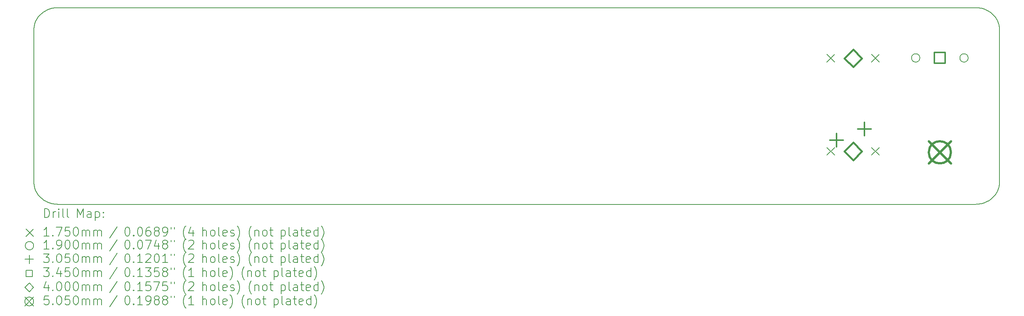
<source format=gbr>
%TF.GenerationSoftware,KiCad,Pcbnew,7.0.0-da2b9df05c~171~ubuntu22.04.1*%
%TF.CreationDate,2023-03-08T14:53:33+00:00*%
%TF.ProjectId,keycap-ruler,6b657963-6170-42d7-9275-6c65722e6b69,rev?*%
%TF.SameCoordinates,Original*%
%TF.FileFunction,Drillmap*%
%TF.FilePolarity,Positive*%
%FSLAX45Y45*%
G04 Gerber Fmt 4.5, Leading zero omitted, Abs format (unit mm)*
G04 Created by KiCad (PCBNEW 7.0.0-da2b9df05c~171~ubuntu22.04.1) date 2023-03-08 14:53:33*
%MOMM*%
%LPD*%
G01*
G04 APERTURE LIST*
%ADD10C,0.150000*%
%ADD11C,0.200000*%
%ADD12C,0.175000*%
%ADD13C,0.190000*%
%ADD14C,0.305000*%
%ADD15C,0.345000*%
%ADD16C,0.400000*%
%ADD17C,0.505000*%
G04 APERTURE END LIST*
D10*
X25337283Y-6015647D02*
X25365188Y-6017569D01*
X25392687Y-6020734D01*
X25419746Y-6025111D01*
X25446330Y-6030668D01*
X25472404Y-6037374D01*
X25497935Y-6045199D01*
X25522888Y-6054110D01*
X25547228Y-6064076D01*
X25570920Y-6075067D01*
X25593930Y-6087050D01*
X25616224Y-6099995D01*
X25637767Y-6113870D01*
X25658525Y-6128645D01*
X25678462Y-6144287D01*
X25697545Y-6160766D01*
X25715739Y-6178050D01*
X25733010Y-6196108D01*
X25749322Y-6214908D01*
X25764641Y-6234420D01*
X25778934Y-6254613D01*
X25792165Y-6275454D01*
X25804299Y-6296913D01*
X25815303Y-6318958D01*
X25825141Y-6341558D01*
X25833780Y-6364682D01*
X25841185Y-6388299D01*
X25847320Y-6412377D01*
X25852152Y-6436885D01*
X25855647Y-6461791D01*
X25857769Y-6487065D01*
X25858484Y-6512676D01*
X25858484Y-9996407D01*
X25857769Y-10022017D01*
X25855647Y-10047292D01*
X25852152Y-10072198D01*
X25847320Y-10096706D01*
X25841185Y-10120784D01*
X25833780Y-10144401D01*
X25825141Y-10167525D01*
X25815303Y-10190125D01*
X25804299Y-10212170D01*
X25792165Y-10233629D01*
X25778934Y-10254470D01*
X25764641Y-10274662D01*
X25749322Y-10294174D01*
X25733010Y-10312975D01*
X25715739Y-10331033D01*
X25697545Y-10348317D01*
X25678462Y-10364796D01*
X25658525Y-10380438D01*
X25637767Y-10395212D01*
X25616224Y-10409088D01*
X25593930Y-10422033D01*
X25570920Y-10434016D01*
X25547228Y-10445007D01*
X25522888Y-10454973D01*
X25497935Y-10463884D01*
X25472404Y-10471708D01*
X25446330Y-10478415D01*
X25419746Y-10483972D01*
X25392687Y-10488349D01*
X25365188Y-10491513D01*
X25337283Y-10493435D01*
X25309007Y-10494083D01*
X4428878Y-10494083D01*
X4400602Y-10493435D01*
X4372697Y-10491513D01*
X4345198Y-10488349D01*
X4318139Y-10483972D01*
X4291555Y-10478415D01*
X4265480Y-10471708D01*
X4239949Y-10463884D01*
X4214997Y-10454973D01*
X4190657Y-10445007D01*
X4166964Y-10434016D01*
X4143954Y-10422033D01*
X4121660Y-10409088D01*
X4100117Y-10395212D01*
X4079359Y-10380438D01*
X4059422Y-10364796D01*
X4040339Y-10348317D01*
X4022145Y-10331033D01*
X4004875Y-10312975D01*
X3988562Y-10294174D01*
X3973243Y-10274662D01*
X3958950Y-10254470D01*
X3945720Y-10233629D01*
X3933585Y-10212170D01*
X3922581Y-10190125D01*
X3912743Y-10167525D01*
X3904104Y-10144401D01*
X3896700Y-10120784D01*
X3890564Y-10096706D01*
X3885732Y-10072198D01*
X3882238Y-10047292D01*
X3880116Y-10022017D01*
X3879401Y-9996407D01*
X3879401Y-6512676D01*
X3880116Y-6487065D01*
X3882238Y-6461791D01*
X3885732Y-6436885D01*
X3890564Y-6412377D01*
X3896700Y-6388299D01*
X3904104Y-6364682D01*
X3912743Y-6341558D01*
X3922581Y-6318958D01*
X3933585Y-6296913D01*
X3945720Y-6275454D01*
X3958950Y-6254613D01*
X3973243Y-6234420D01*
X3988562Y-6214908D01*
X4004875Y-6196108D01*
X4022145Y-6178050D01*
X4040339Y-6160766D01*
X4059422Y-6144287D01*
X4079359Y-6128645D01*
X4100117Y-6113870D01*
X4121660Y-6099995D01*
X4143954Y-6087050D01*
X4166964Y-6075067D01*
X4190657Y-6064076D01*
X4214997Y-6054110D01*
X4239949Y-6045199D01*
X4265480Y-6037374D01*
X4291555Y-6030668D01*
X4318139Y-6025111D01*
X4345198Y-6020734D01*
X4372697Y-6017569D01*
X4400602Y-6015647D01*
X4428878Y-6015000D01*
X25309007Y-6015000D01*
X25337283Y-6015647D01*
D11*
D12*
X21930300Y-9200500D02*
X22105300Y-9375500D01*
X22105300Y-9200500D02*
X21930300Y-9375500D01*
X21930500Y-7080500D02*
X22105500Y-7255500D01*
X22105500Y-7080500D02*
X21930500Y-7255500D01*
X22946300Y-9200500D02*
X23121300Y-9375500D01*
X23121300Y-9200500D02*
X22946300Y-9375500D01*
X22946500Y-7080500D02*
X23121500Y-7255500D01*
X23121500Y-7080500D02*
X22946500Y-7255500D01*
D13*
X24045000Y-7160000D02*
G75*
G03*
X24045000Y-7160000I-95000J0D01*
G01*
X25145000Y-7160000D02*
G75*
G03*
X25145000Y-7160000I-95000J0D01*
G01*
D14*
X22144800Y-8881500D02*
X22144800Y-9186500D01*
X21992300Y-9034000D02*
X22297300Y-9034000D01*
X22779800Y-8627500D02*
X22779800Y-8932500D01*
X22627300Y-8780000D02*
X22932300Y-8780000D01*
D15*
X24621977Y-7281977D02*
X24621977Y-7038023D01*
X24378023Y-7038023D01*
X24378023Y-7281977D01*
X24621977Y-7281977D01*
D16*
X22525800Y-9488000D02*
X22725800Y-9288000D01*
X22525800Y-9088000D01*
X22325800Y-9288000D01*
X22525800Y-9488000D01*
X22526000Y-7368000D02*
X22726000Y-7168000D01*
X22526000Y-6968000D01*
X22326000Y-7168000D01*
X22526000Y-7368000D01*
D17*
X24247500Y-9057500D02*
X24752500Y-9562500D01*
X24752500Y-9057500D02*
X24247500Y-9562500D01*
X24752500Y-9310000D02*
G75*
G03*
X24752500Y-9310000I-252500J0D01*
G01*
D11*
X4119520Y-10795059D02*
X4119520Y-10595059D01*
X4119520Y-10595059D02*
X4167139Y-10595059D01*
X4167139Y-10595059D02*
X4195710Y-10604583D01*
X4195710Y-10604583D02*
X4214758Y-10623630D01*
X4214758Y-10623630D02*
X4224282Y-10642678D01*
X4224282Y-10642678D02*
X4233806Y-10680773D01*
X4233806Y-10680773D02*
X4233806Y-10709345D01*
X4233806Y-10709345D02*
X4224282Y-10747440D01*
X4224282Y-10747440D02*
X4214758Y-10766488D01*
X4214758Y-10766488D02*
X4195710Y-10785535D01*
X4195710Y-10785535D02*
X4167139Y-10795059D01*
X4167139Y-10795059D02*
X4119520Y-10795059D01*
X4319520Y-10795059D02*
X4319520Y-10661726D01*
X4319520Y-10699821D02*
X4329044Y-10680773D01*
X4329044Y-10680773D02*
X4338568Y-10671249D01*
X4338568Y-10671249D02*
X4357615Y-10661726D01*
X4357615Y-10661726D02*
X4376663Y-10661726D01*
X4443329Y-10795059D02*
X4443329Y-10661726D01*
X4443329Y-10595059D02*
X4433806Y-10604583D01*
X4433806Y-10604583D02*
X4443329Y-10614107D01*
X4443329Y-10614107D02*
X4452853Y-10604583D01*
X4452853Y-10604583D02*
X4443329Y-10595059D01*
X4443329Y-10595059D02*
X4443329Y-10614107D01*
X4567139Y-10795059D02*
X4548091Y-10785535D01*
X4548091Y-10785535D02*
X4538568Y-10766488D01*
X4538568Y-10766488D02*
X4538568Y-10595059D01*
X4671901Y-10795059D02*
X4652853Y-10785535D01*
X4652853Y-10785535D02*
X4643329Y-10766488D01*
X4643329Y-10766488D02*
X4643329Y-10595059D01*
X4868091Y-10795059D02*
X4868091Y-10595059D01*
X4868091Y-10595059D02*
X4934758Y-10737916D01*
X4934758Y-10737916D02*
X5001425Y-10595059D01*
X5001425Y-10595059D02*
X5001425Y-10795059D01*
X5182377Y-10795059D02*
X5182377Y-10690297D01*
X5182377Y-10690297D02*
X5172853Y-10671249D01*
X5172853Y-10671249D02*
X5153806Y-10661726D01*
X5153806Y-10661726D02*
X5115710Y-10661726D01*
X5115710Y-10661726D02*
X5096663Y-10671249D01*
X5182377Y-10785535D02*
X5163329Y-10795059D01*
X5163329Y-10795059D02*
X5115710Y-10795059D01*
X5115710Y-10795059D02*
X5096663Y-10785535D01*
X5096663Y-10785535D02*
X5087139Y-10766488D01*
X5087139Y-10766488D02*
X5087139Y-10747440D01*
X5087139Y-10747440D02*
X5096663Y-10728392D01*
X5096663Y-10728392D02*
X5115710Y-10718869D01*
X5115710Y-10718869D02*
X5163329Y-10718869D01*
X5163329Y-10718869D02*
X5182377Y-10709345D01*
X5277615Y-10661726D02*
X5277615Y-10861726D01*
X5277615Y-10671249D02*
X5296663Y-10661726D01*
X5296663Y-10661726D02*
X5334758Y-10661726D01*
X5334758Y-10661726D02*
X5353806Y-10671249D01*
X5353806Y-10671249D02*
X5363329Y-10680773D01*
X5363329Y-10680773D02*
X5372853Y-10699821D01*
X5372853Y-10699821D02*
X5372853Y-10756964D01*
X5372853Y-10756964D02*
X5363329Y-10776011D01*
X5363329Y-10776011D02*
X5353806Y-10785535D01*
X5353806Y-10785535D02*
X5334758Y-10795059D01*
X5334758Y-10795059D02*
X5296663Y-10795059D01*
X5296663Y-10795059D02*
X5277615Y-10785535D01*
X5458568Y-10776011D02*
X5468091Y-10785535D01*
X5468091Y-10785535D02*
X5458568Y-10795059D01*
X5458568Y-10795059D02*
X5449044Y-10785535D01*
X5449044Y-10785535D02*
X5458568Y-10776011D01*
X5458568Y-10776011D02*
X5458568Y-10795059D01*
X5458568Y-10671249D02*
X5468091Y-10680773D01*
X5468091Y-10680773D02*
X5458568Y-10690297D01*
X5458568Y-10690297D02*
X5449044Y-10680773D01*
X5449044Y-10680773D02*
X5458568Y-10671249D01*
X5458568Y-10671249D02*
X5458568Y-10690297D01*
D12*
X3696901Y-11054083D02*
X3871901Y-11229083D01*
X3871901Y-11054083D02*
X3696901Y-11229083D01*
D11*
X4224282Y-11215059D02*
X4109996Y-11215059D01*
X4167139Y-11215059D02*
X4167139Y-11015059D01*
X4167139Y-11015059D02*
X4148091Y-11043630D01*
X4148091Y-11043630D02*
X4129044Y-11062678D01*
X4129044Y-11062678D02*
X4109996Y-11072202D01*
X4309996Y-11196011D02*
X4319520Y-11205535D01*
X4319520Y-11205535D02*
X4309996Y-11215059D01*
X4309996Y-11215059D02*
X4300472Y-11205535D01*
X4300472Y-11205535D02*
X4309996Y-11196011D01*
X4309996Y-11196011D02*
X4309996Y-11215059D01*
X4386187Y-11015059D02*
X4519520Y-11015059D01*
X4519520Y-11015059D02*
X4433806Y-11215059D01*
X4690949Y-11015059D02*
X4595710Y-11015059D01*
X4595710Y-11015059D02*
X4586187Y-11110297D01*
X4586187Y-11110297D02*
X4595710Y-11100773D01*
X4595710Y-11100773D02*
X4614758Y-11091249D01*
X4614758Y-11091249D02*
X4662377Y-11091249D01*
X4662377Y-11091249D02*
X4681425Y-11100773D01*
X4681425Y-11100773D02*
X4690949Y-11110297D01*
X4690949Y-11110297D02*
X4700472Y-11129345D01*
X4700472Y-11129345D02*
X4700472Y-11176964D01*
X4700472Y-11176964D02*
X4690949Y-11196011D01*
X4690949Y-11196011D02*
X4681425Y-11205535D01*
X4681425Y-11205535D02*
X4662377Y-11215059D01*
X4662377Y-11215059D02*
X4614758Y-11215059D01*
X4614758Y-11215059D02*
X4595710Y-11205535D01*
X4595710Y-11205535D02*
X4586187Y-11196011D01*
X4824282Y-11015059D02*
X4843330Y-11015059D01*
X4843330Y-11015059D02*
X4862377Y-11024583D01*
X4862377Y-11024583D02*
X4871901Y-11034107D01*
X4871901Y-11034107D02*
X4881425Y-11053154D01*
X4881425Y-11053154D02*
X4890949Y-11091249D01*
X4890949Y-11091249D02*
X4890949Y-11138869D01*
X4890949Y-11138869D02*
X4881425Y-11176964D01*
X4881425Y-11176964D02*
X4871901Y-11196011D01*
X4871901Y-11196011D02*
X4862377Y-11205535D01*
X4862377Y-11205535D02*
X4843330Y-11215059D01*
X4843330Y-11215059D02*
X4824282Y-11215059D01*
X4824282Y-11215059D02*
X4805234Y-11205535D01*
X4805234Y-11205535D02*
X4795710Y-11196011D01*
X4795710Y-11196011D02*
X4786187Y-11176964D01*
X4786187Y-11176964D02*
X4776663Y-11138869D01*
X4776663Y-11138869D02*
X4776663Y-11091249D01*
X4776663Y-11091249D02*
X4786187Y-11053154D01*
X4786187Y-11053154D02*
X4795710Y-11034107D01*
X4795710Y-11034107D02*
X4805234Y-11024583D01*
X4805234Y-11024583D02*
X4824282Y-11015059D01*
X4976663Y-11215059D02*
X4976663Y-11081726D01*
X4976663Y-11100773D02*
X4986187Y-11091249D01*
X4986187Y-11091249D02*
X5005234Y-11081726D01*
X5005234Y-11081726D02*
X5033806Y-11081726D01*
X5033806Y-11081726D02*
X5052853Y-11091249D01*
X5052853Y-11091249D02*
X5062377Y-11110297D01*
X5062377Y-11110297D02*
X5062377Y-11215059D01*
X5062377Y-11110297D02*
X5071901Y-11091249D01*
X5071901Y-11091249D02*
X5090949Y-11081726D01*
X5090949Y-11081726D02*
X5119520Y-11081726D01*
X5119520Y-11081726D02*
X5138568Y-11091249D01*
X5138568Y-11091249D02*
X5148091Y-11110297D01*
X5148091Y-11110297D02*
X5148091Y-11215059D01*
X5243330Y-11215059D02*
X5243330Y-11081726D01*
X5243330Y-11100773D02*
X5252853Y-11091249D01*
X5252853Y-11091249D02*
X5271901Y-11081726D01*
X5271901Y-11081726D02*
X5300472Y-11081726D01*
X5300472Y-11081726D02*
X5319520Y-11091249D01*
X5319520Y-11091249D02*
X5329044Y-11110297D01*
X5329044Y-11110297D02*
X5329044Y-11215059D01*
X5329044Y-11110297D02*
X5338568Y-11091249D01*
X5338568Y-11091249D02*
X5357615Y-11081726D01*
X5357615Y-11081726D02*
X5386187Y-11081726D01*
X5386187Y-11081726D02*
X5405234Y-11091249D01*
X5405234Y-11091249D02*
X5414758Y-11110297D01*
X5414758Y-11110297D02*
X5414758Y-11215059D01*
X5772853Y-11005535D02*
X5601425Y-11262678D01*
X5997615Y-11015059D02*
X6016663Y-11015059D01*
X6016663Y-11015059D02*
X6035710Y-11024583D01*
X6035710Y-11024583D02*
X6045234Y-11034107D01*
X6045234Y-11034107D02*
X6054758Y-11053154D01*
X6054758Y-11053154D02*
X6064282Y-11091249D01*
X6064282Y-11091249D02*
X6064282Y-11138869D01*
X6064282Y-11138869D02*
X6054758Y-11176964D01*
X6054758Y-11176964D02*
X6045234Y-11196011D01*
X6045234Y-11196011D02*
X6035710Y-11205535D01*
X6035710Y-11205535D02*
X6016663Y-11215059D01*
X6016663Y-11215059D02*
X5997615Y-11215059D01*
X5997615Y-11215059D02*
X5978568Y-11205535D01*
X5978568Y-11205535D02*
X5969044Y-11196011D01*
X5969044Y-11196011D02*
X5959520Y-11176964D01*
X5959520Y-11176964D02*
X5949996Y-11138869D01*
X5949996Y-11138869D02*
X5949996Y-11091249D01*
X5949996Y-11091249D02*
X5959520Y-11053154D01*
X5959520Y-11053154D02*
X5969044Y-11034107D01*
X5969044Y-11034107D02*
X5978568Y-11024583D01*
X5978568Y-11024583D02*
X5997615Y-11015059D01*
X6149996Y-11196011D02*
X6159520Y-11205535D01*
X6159520Y-11205535D02*
X6149996Y-11215059D01*
X6149996Y-11215059D02*
X6140472Y-11205535D01*
X6140472Y-11205535D02*
X6149996Y-11196011D01*
X6149996Y-11196011D02*
X6149996Y-11215059D01*
X6283329Y-11015059D02*
X6302377Y-11015059D01*
X6302377Y-11015059D02*
X6321425Y-11024583D01*
X6321425Y-11024583D02*
X6330949Y-11034107D01*
X6330949Y-11034107D02*
X6340472Y-11053154D01*
X6340472Y-11053154D02*
X6349996Y-11091249D01*
X6349996Y-11091249D02*
X6349996Y-11138869D01*
X6349996Y-11138869D02*
X6340472Y-11176964D01*
X6340472Y-11176964D02*
X6330949Y-11196011D01*
X6330949Y-11196011D02*
X6321425Y-11205535D01*
X6321425Y-11205535D02*
X6302377Y-11215059D01*
X6302377Y-11215059D02*
X6283329Y-11215059D01*
X6283329Y-11215059D02*
X6264282Y-11205535D01*
X6264282Y-11205535D02*
X6254758Y-11196011D01*
X6254758Y-11196011D02*
X6245234Y-11176964D01*
X6245234Y-11176964D02*
X6235710Y-11138869D01*
X6235710Y-11138869D02*
X6235710Y-11091249D01*
X6235710Y-11091249D02*
X6245234Y-11053154D01*
X6245234Y-11053154D02*
X6254758Y-11034107D01*
X6254758Y-11034107D02*
X6264282Y-11024583D01*
X6264282Y-11024583D02*
X6283329Y-11015059D01*
X6521425Y-11015059D02*
X6483329Y-11015059D01*
X6483329Y-11015059D02*
X6464282Y-11024583D01*
X6464282Y-11024583D02*
X6454758Y-11034107D01*
X6454758Y-11034107D02*
X6435710Y-11062678D01*
X6435710Y-11062678D02*
X6426187Y-11100773D01*
X6426187Y-11100773D02*
X6426187Y-11176964D01*
X6426187Y-11176964D02*
X6435710Y-11196011D01*
X6435710Y-11196011D02*
X6445234Y-11205535D01*
X6445234Y-11205535D02*
X6464282Y-11215059D01*
X6464282Y-11215059D02*
X6502377Y-11215059D01*
X6502377Y-11215059D02*
X6521425Y-11205535D01*
X6521425Y-11205535D02*
X6530949Y-11196011D01*
X6530949Y-11196011D02*
X6540472Y-11176964D01*
X6540472Y-11176964D02*
X6540472Y-11129345D01*
X6540472Y-11129345D02*
X6530949Y-11110297D01*
X6530949Y-11110297D02*
X6521425Y-11100773D01*
X6521425Y-11100773D02*
X6502377Y-11091249D01*
X6502377Y-11091249D02*
X6464282Y-11091249D01*
X6464282Y-11091249D02*
X6445234Y-11100773D01*
X6445234Y-11100773D02*
X6435710Y-11110297D01*
X6435710Y-11110297D02*
X6426187Y-11129345D01*
X6654758Y-11100773D02*
X6635710Y-11091249D01*
X6635710Y-11091249D02*
X6626187Y-11081726D01*
X6626187Y-11081726D02*
X6616663Y-11062678D01*
X6616663Y-11062678D02*
X6616663Y-11053154D01*
X6616663Y-11053154D02*
X6626187Y-11034107D01*
X6626187Y-11034107D02*
X6635710Y-11024583D01*
X6635710Y-11024583D02*
X6654758Y-11015059D01*
X6654758Y-11015059D02*
X6692853Y-11015059D01*
X6692853Y-11015059D02*
X6711901Y-11024583D01*
X6711901Y-11024583D02*
X6721425Y-11034107D01*
X6721425Y-11034107D02*
X6730949Y-11053154D01*
X6730949Y-11053154D02*
X6730949Y-11062678D01*
X6730949Y-11062678D02*
X6721425Y-11081726D01*
X6721425Y-11081726D02*
X6711901Y-11091249D01*
X6711901Y-11091249D02*
X6692853Y-11100773D01*
X6692853Y-11100773D02*
X6654758Y-11100773D01*
X6654758Y-11100773D02*
X6635710Y-11110297D01*
X6635710Y-11110297D02*
X6626187Y-11119821D01*
X6626187Y-11119821D02*
X6616663Y-11138869D01*
X6616663Y-11138869D02*
X6616663Y-11176964D01*
X6616663Y-11176964D02*
X6626187Y-11196011D01*
X6626187Y-11196011D02*
X6635710Y-11205535D01*
X6635710Y-11205535D02*
X6654758Y-11215059D01*
X6654758Y-11215059D02*
X6692853Y-11215059D01*
X6692853Y-11215059D02*
X6711901Y-11205535D01*
X6711901Y-11205535D02*
X6721425Y-11196011D01*
X6721425Y-11196011D02*
X6730949Y-11176964D01*
X6730949Y-11176964D02*
X6730949Y-11138869D01*
X6730949Y-11138869D02*
X6721425Y-11119821D01*
X6721425Y-11119821D02*
X6711901Y-11110297D01*
X6711901Y-11110297D02*
X6692853Y-11100773D01*
X6826187Y-11215059D02*
X6864282Y-11215059D01*
X6864282Y-11215059D02*
X6883330Y-11205535D01*
X6883330Y-11205535D02*
X6892853Y-11196011D01*
X6892853Y-11196011D02*
X6911901Y-11167440D01*
X6911901Y-11167440D02*
X6921425Y-11129345D01*
X6921425Y-11129345D02*
X6921425Y-11053154D01*
X6921425Y-11053154D02*
X6911901Y-11034107D01*
X6911901Y-11034107D02*
X6902377Y-11024583D01*
X6902377Y-11024583D02*
X6883330Y-11015059D01*
X6883330Y-11015059D02*
X6845234Y-11015059D01*
X6845234Y-11015059D02*
X6826187Y-11024583D01*
X6826187Y-11024583D02*
X6816663Y-11034107D01*
X6816663Y-11034107D02*
X6807139Y-11053154D01*
X6807139Y-11053154D02*
X6807139Y-11100773D01*
X6807139Y-11100773D02*
X6816663Y-11119821D01*
X6816663Y-11119821D02*
X6826187Y-11129345D01*
X6826187Y-11129345D02*
X6845234Y-11138869D01*
X6845234Y-11138869D02*
X6883330Y-11138869D01*
X6883330Y-11138869D02*
X6902377Y-11129345D01*
X6902377Y-11129345D02*
X6911901Y-11119821D01*
X6911901Y-11119821D02*
X6921425Y-11100773D01*
X6997615Y-11015059D02*
X6997615Y-11053154D01*
X7073806Y-11015059D02*
X7073806Y-11053154D01*
X7336663Y-11291249D02*
X7327139Y-11281726D01*
X7327139Y-11281726D02*
X7308091Y-11253154D01*
X7308091Y-11253154D02*
X7298568Y-11234107D01*
X7298568Y-11234107D02*
X7289044Y-11205535D01*
X7289044Y-11205535D02*
X7279520Y-11157916D01*
X7279520Y-11157916D02*
X7279520Y-11119821D01*
X7279520Y-11119821D02*
X7289044Y-11072202D01*
X7289044Y-11072202D02*
X7298568Y-11043630D01*
X7298568Y-11043630D02*
X7308091Y-11024583D01*
X7308091Y-11024583D02*
X7327139Y-10996011D01*
X7327139Y-10996011D02*
X7336663Y-10986488D01*
X7498568Y-11081726D02*
X7498568Y-11215059D01*
X7450949Y-11005535D02*
X7403330Y-11148392D01*
X7403330Y-11148392D02*
X7527139Y-11148392D01*
X7723330Y-11215059D02*
X7723330Y-11015059D01*
X7809044Y-11215059D02*
X7809044Y-11110297D01*
X7809044Y-11110297D02*
X7799520Y-11091249D01*
X7799520Y-11091249D02*
X7780472Y-11081726D01*
X7780472Y-11081726D02*
X7751901Y-11081726D01*
X7751901Y-11081726D02*
X7732853Y-11091249D01*
X7732853Y-11091249D02*
X7723330Y-11100773D01*
X7932853Y-11215059D02*
X7913806Y-11205535D01*
X7913806Y-11205535D02*
X7904282Y-11196011D01*
X7904282Y-11196011D02*
X7894758Y-11176964D01*
X7894758Y-11176964D02*
X7894758Y-11119821D01*
X7894758Y-11119821D02*
X7904282Y-11100773D01*
X7904282Y-11100773D02*
X7913806Y-11091249D01*
X7913806Y-11091249D02*
X7932853Y-11081726D01*
X7932853Y-11081726D02*
X7961425Y-11081726D01*
X7961425Y-11081726D02*
X7980472Y-11091249D01*
X7980472Y-11091249D02*
X7989996Y-11100773D01*
X7989996Y-11100773D02*
X7999520Y-11119821D01*
X7999520Y-11119821D02*
X7999520Y-11176964D01*
X7999520Y-11176964D02*
X7989996Y-11196011D01*
X7989996Y-11196011D02*
X7980472Y-11205535D01*
X7980472Y-11205535D02*
X7961425Y-11215059D01*
X7961425Y-11215059D02*
X7932853Y-11215059D01*
X8113806Y-11215059D02*
X8094758Y-11205535D01*
X8094758Y-11205535D02*
X8085234Y-11186487D01*
X8085234Y-11186487D02*
X8085234Y-11015059D01*
X8266187Y-11205535D02*
X8247139Y-11215059D01*
X8247139Y-11215059D02*
X8209044Y-11215059D01*
X8209044Y-11215059D02*
X8189996Y-11205535D01*
X8189996Y-11205535D02*
X8180472Y-11186487D01*
X8180472Y-11186487D02*
X8180472Y-11110297D01*
X8180472Y-11110297D02*
X8189996Y-11091249D01*
X8189996Y-11091249D02*
X8209044Y-11081726D01*
X8209044Y-11081726D02*
X8247139Y-11081726D01*
X8247139Y-11081726D02*
X8266187Y-11091249D01*
X8266187Y-11091249D02*
X8275711Y-11110297D01*
X8275711Y-11110297D02*
X8275711Y-11129345D01*
X8275711Y-11129345D02*
X8180472Y-11148392D01*
X8351901Y-11205535D02*
X8370949Y-11215059D01*
X8370949Y-11215059D02*
X8409044Y-11215059D01*
X8409044Y-11215059D02*
X8428092Y-11205535D01*
X8428092Y-11205535D02*
X8437615Y-11186487D01*
X8437615Y-11186487D02*
X8437615Y-11176964D01*
X8437615Y-11176964D02*
X8428092Y-11157916D01*
X8428092Y-11157916D02*
X8409044Y-11148392D01*
X8409044Y-11148392D02*
X8380472Y-11148392D01*
X8380472Y-11148392D02*
X8361425Y-11138869D01*
X8361425Y-11138869D02*
X8351901Y-11119821D01*
X8351901Y-11119821D02*
X8351901Y-11110297D01*
X8351901Y-11110297D02*
X8361425Y-11091249D01*
X8361425Y-11091249D02*
X8380472Y-11081726D01*
X8380472Y-11081726D02*
X8409044Y-11081726D01*
X8409044Y-11081726D02*
X8428092Y-11091249D01*
X8504282Y-11291249D02*
X8513806Y-11281726D01*
X8513806Y-11281726D02*
X8532854Y-11253154D01*
X8532854Y-11253154D02*
X8542377Y-11234107D01*
X8542377Y-11234107D02*
X8551901Y-11205535D01*
X8551901Y-11205535D02*
X8561425Y-11157916D01*
X8561425Y-11157916D02*
X8561425Y-11119821D01*
X8561425Y-11119821D02*
X8551901Y-11072202D01*
X8551901Y-11072202D02*
X8542377Y-11043630D01*
X8542377Y-11043630D02*
X8532854Y-11024583D01*
X8532854Y-11024583D02*
X8513806Y-10996011D01*
X8513806Y-10996011D02*
X8504282Y-10986488D01*
X8833806Y-11291249D02*
X8824282Y-11281726D01*
X8824282Y-11281726D02*
X8805234Y-11253154D01*
X8805234Y-11253154D02*
X8795711Y-11234107D01*
X8795711Y-11234107D02*
X8786187Y-11205535D01*
X8786187Y-11205535D02*
X8776663Y-11157916D01*
X8776663Y-11157916D02*
X8776663Y-11119821D01*
X8776663Y-11119821D02*
X8786187Y-11072202D01*
X8786187Y-11072202D02*
X8795711Y-11043630D01*
X8795711Y-11043630D02*
X8805234Y-11024583D01*
X8805234Y-11024583D02*
X8824282Y-10996011D01*
X8824282Y-10996011D02*
X8833806Y-10986488D01*
X8909996Y-11081726D02*
X8909996Y-11215059D01*
X8909996Y-11100773D02*
X8919520Y-11091249D01*
X8919520Y-11091249D02*
X8938568Y-11081726D01*
X8938568Y-11081726D02*
X8967139Y-11081726D01*
X8967139Y-11081726D02*
X8986187Y-11091249D01*
X8986187Y-11091249D02*
X8995711Y-11110297D01*
X8995711Y-11110297D02*
X8995711Y-11215059D01*
X9119520Y-11215059D02*
X9100473Y-11205535D01*
X9100473Y-11205535D02*
X9090949Y-11196011D01*
X9090949Y-11196011D02*
X9081425Y-11176964D01*
X9081425Y-11176964D02*
X9081425Y-11119821D01*
X9081425Y-11119821D02*
X9090949Y-11100773D01*
X9090949Y-11100773D02*
X9100473Y-11091249D01*
X9100473Y-11091249D02*
X9119520Y-11081726D01*
X9119520Y-11081726D02*
X9148092Y-11081726D01*
X9148092Y-11081726D02*
X9167139Y-11091249D01*
X9167139Y-11091249D02*
X9176663Y-11100773D01*
X9176663Y-11100773D02*
X9186187Y-11119821D01*
X9186187Y-11119821D02*
X9186187Y-11176964D01*
X9186187Y-11176964D02*
X9176663Y-11196011D01*
X9176663Y-11196011D02*
X9167139Y-11205535D01*
X9167139Y-11205535D02*
X9148092Y-11215059D01*
X9148092Y-11215059D02*
X9119520Y-11215059D01*
X9243330Y-11081726D02*
X9319520Y-11081726D01*
X9271901Y-11015059D02*
X9271901Y-11186487D01*
X9271901Y-11186487D02*
X9281425Y-11205535D01*
X9281425Y-11205535D02*
X9300473Y-11215059D01*
X9300473Y-11215059D02*
X9319520Y-11215059D01*
X9506187Y-11081726D02*
X9506187Y-11281726D01*
X9506187Y-11091249D02*
X9525234Y-11081726D01*
X9525234Y-11081726D02*
X9563330Y-11081726D01*
X9563330Y-11081726D02*
X9582377Y-11091249D01*
X9582377Y-11091249D02*
X9591901Y-11100773D01*
X9591901Y-11100773D02*
X9601425Y-11119821D01*
X9601425Y-11119821D02*
X9601425Y-11176964D01*
X9601425Y-11176964D02*
X9591901Y-11196011D01*
X9591901Y-11196011D02*
X9582377Y-11205535D01*
X9582377Y-11205535D02*
X9563330Y-11215059D01*
X9563330Y-11215059D02*
X9525234Y-11215059D01*
X9525234Y-11215059D02*
X9506187Y-11205535D01*
X9715711Y-11215059D02*
X9696663Y-11205535D01*
X9696663Y-11205535D02*
X9687139Y-11186487D01*
X9687139Y-11186487D02*
X9687139Y-11015059D01*
X9877615Y-11215059D02*
X9877615Y-11110297D01*
X9877615Y-11110297D02*
X9868092Y-11091249D01*
X9868092Y-11091249D02*
X9849044Y-11081726D01*
X9849044Y-11081726D02*
X9810949Y-11081726D01*
X9810949Y-11081726D02*
X9791901Y-11091249D01*
X9877615Y-11205535D02*
X9858568Y-11215059D01*
X9858568Y-11215059D02*
X9810949Y-11215059D01*
X9810949Y-11215059D02*
X9791901Y-11205535D01*
X9791901Y-11205535D02*
X9782377Y-11186487D01*
X9782377Y-11186487D02*
X9782377Y-11167440D01*
X9782377Y-11167440D02*
X9791901Y-11148392D01*
X9791901Y-11148392D02*
X9810949Y-11138869D01*
X9810949Y-11138869D02*
X9858568Y-11138869D01*
X9858568Y-11138869D02*
X9877615Y-11129345D01*
X9944282Y-11081726D02*
X10020473Y-11081726D01*
X9972854Y-11015059D02*
X9972854Y-11186487D01*
X9972854Y-11186487D02*
X9982377Y-11205535D01*
X9982377Y-11205535D02*
X10001425Y-11215059D01*
X10001425Y-11215059D02*
X10020473Y-11215059D01*
X10163330Y-11205535D02*
X10144282Y-11215059D01*
X10144282Y-11215059D02*
X10106187Y-11215059D01*
X10106187Y-11215059D02*
X10087139Y-11205535D01*
X10087139Y-11205535D02*
X10077615Y-11186487D01*
X10077615Y-11186487D02*
X10077615Y-11110297D01*
X10077615Y-11110297D02*
X10087139Y-11091249D01*
X10087139Y-11091249D02*
X10106187Y-11081726D01*
X10106187Y-11081726D02*
X10144282Y-11081726D01*
X10144282Y-11081726D02*
X10163330Y-11091249D01*
X10163330Y-11091249D02*
X10172854Y-11110297D01*
X10172854Y-11110297D02*
X10172854Y-11129345D01*
X10172854Y-11129345D02*
X10077615Y-11148392D01*
X10344282Y-11215059D02*
X10344282Y-11015059D01*
X10344282Y-11205535D02*
X10325235Y-11215059D01*
X10325235Y-11215059D02*
X10287139Y-11215059D01*
X10287139Y-11215059D02*
X10268092Y-11205535D01*
X10268092Y-11205535D02*
X10258568Y-11196011D01*
X10258568Y-11196011D02*
X10249044Y-11176964D01*
X10249044Y-11176964D02*
X10249044Y-11119821D01*
X10249044Y-11119821D02*
X10258568Y-11100773D01*
X10258568Y-11100773D02*
X10268092Y-11091249D01*
X10268092Y-11091249D02*
X10287139Y-11081726D01*
X10287139Y-11081726D02*
X10325235Y-11081726D01*
X10325235Y-11081726D02*
X10344282Y-11091249D01*
X10420473Y-11291249D02*
X10429996Y-11281726D01*
X10429996Y-11281726D02*
X10449044Y-11253154D01*
X10449044Y-11253154D02*
X10458568Y-11234107D01*
X10458568Y-11234107D02*
X10468092Y-11205535D01*
X10468092Y-11205535D02*
X10477615Y-11157916D01*
X10477615Y-11157916D02*
X10477615Y-11119821D01*
X10477615Y-11119821D02*
X10468092Y-11072202D01*
X10468092Y-11072202D02*
X10458568Y-11043630D01*
X10458568Y-11043630D02*
X10449044Y-11024583D01*
X10449044Y-11024583D02*
X10429996Y-10996011D01*
X10429996Y-10996011D02*
X10420473Y-10986488D01*
D13*
X3871901Y-11436583D02*
G75*
G03*
X3871901Y-11436583I-95000J0D01*
G01*
D11*
X4224282Y-11510059D02*
X4109996Y-11510059D01*
X4167139Y-11510059D02*
X4167139Y-11310059D01*
X4167139Y-11310059D02*
X4148091Y-11338630D01*
X4148091Y-11338630D02*
X4129044Y-11357678D01*
X4129044Y-11357678D02*
X4109996Y-11367202D01*
X4309996Y-11491011D02*
X4319520Y-11500535D01*
X4319520Y-11500535D02*
X4309996Y-11510059D01*
X4309996Y-11510059D02*
X4300472Y-11500535D01*
X4300472Y-11500535D02*
X4309996Y-11491011D01*
X4309996Y-11491011D02*
X4309996Y-11510059D01*
X4414758Y-11510059D02*
X4452853Y-11510059D01*
X4452853Y-11510059D02*
X4471901Y-11500535D01*
X4471901Y-11500535D02*
X4481425Y-11491011D01*
X4481425Y-11491011D02*
X4500472Y-11462440D01*
X4500472Y-11462440D02*
X4509996Y-11424345D01*
X4509996Y-11424345D02*
X4509996Y-11348154D01*
X4509996Y-11348154D02*
X4500472Y-11329107D01*
X4500472Y-11329107D02*
X4490949Y-11319583D01*
X4490949Y-11319583D02*
X4471901Y-11310059D01*
X4471901Y-11310059D02*
X4433806Y-11310059D01*
X4433806Y-11310059D02*
X4414758Y-11319583D01*
X4414758Y-11319583D02*
X4405234Y-11329107D01*
X4405234Y-11329107D02*
X4395710Y-11348154D01*
X4395710Y-11348154D02*
X4395710Y-11395773D01*
X4395710Y-11395773D02*
X4405234Y-11414821D01*
X4405234Y-11414821D02*
X4414758Y-11424345D01*
X4414758Y-11424345D02*
X4433806Y-11433868D01*
X4433806Y-11433868D02*
X4471901Y-11433868D01*
X4471901Y-11433868D02*
X4490949Y-11424345D01*
X4490949Y-11424345D02*
X4500472Y-11414821D01*
X4500472Y-11414821D02*
X4509996Y-11395773D01*
X4633806Y-11310059D02*
X4652853Y-11310059D01*
X4652853Y-11310059D02*
X4671901Y-11319583D01*
X4671901Y-11319583D02*
X4681425Y-11329107D01*
X4681425Y-11329107D02*
X4690949Y-11348154D01*
X4690949Y-11348154D02*
X4700472Y-11386249D01*
X4700472Y-11386249D02*
X4700472Y-11433868D01*
X4700472Y-11433868D02*
X4690949Y-11471964D01*
X4690949Y-11471964D02*
X4681425Y-11491011D01*
X4681425Y-11491011D02*
X4671901Y-11500535D01*
X4671901Y-11500535D02*
X4652853Y-11510059D01*
X4652853Y-11510059D02*
X4633806Y-11510059D01*
X4633806Y-11510059D02*
X4614758Y-11500535D01*
X4614758Y-11500535D02*
X4605234Y-11491011D01*
X4605234Y-11491011D02*
X4595710Y-11471964D01*
X4595710Y-11471964D02*
X4586187Y-11433868D01*
X4586187Y-11433868D02*
X4586187Y-11386249D01*
X4586187Y-11386249D02*
X4595710Y-11348154D01*
X4595710Y-11348154D02*
X4605234Y-11329107D01*
X4605234Y-11329107D02*
X4614758Y-11319583D01*
X4614758Y-11319583D02*
X4633806Y-11310059D01*
X4824282Y-11310059D02*
X4843330Y-11310059D01*
X4843330Y-11310059D02*
X4862377Y-11319583D01*
X4862377Y-11319583D02*
X4871901Y-11329107D01*
X4871901Y-11329107D02*
X4881425Y-11348154D01*
X4881425Y-11348154D02*
X4890949Y-11386249D01*
X4890949Y-11386249D02*
X4890949Y-11433868D01*
X4890949Y-11433868D02*
X4881425Y-11471964D01*
X4881425Y-11471964D02*
X4871901Y-11491011D01*
X4871901Y-11491011D02*
X4862377Y-11500535D01*
X4862377Y-11500535D02*
X4843330Y-11510059D01*
X4843330Y-11510059D02*
X4824282Y-11510059D01*
X4824282Y-11510059D02*
X4805234Y-11500535D01*
X4805234Y-11500535D02*
X4795710Y-11491011D01*
X4795710Y-11491011D02*
X4786187Y-11471964D01*
X4786187Y-11471964D02*
X4776663Y-11433868D01*
X4776663Y-11433868D02*
X4776663Y-11386249D01*
X4776663Y-11386249D02*
X4786187Y-11348154D01*
X4786187Y-11348154D02*
X4795710Y-11329107D01*
X4795710Y-11329107D02*
X4805234Y-11319583D01*
X4805234Y-11319583D02*
X4824282Y-11310059D01*
X4976663Y-11510059D02*
X4976663Y-11376726D01*
X4976663Y-11395773D02*
X4986187Y-11386249D01*
X4986187Y-11386249D02*
X5005234Y-11376726D01*
X5005234Y-11376726D02*
X5033806Y-11376726D01*
X5033806Y-11376726D02*
X5052853Y-11386249D01*
X5052853Y-11386249D02*
X5062377Y-11405297D01*
X5062377Y-11405297D02*
X5062377Y-11510059D01*
X5062377Y-11405297D02*
X5071901Y-11386249D01*
X5071901Y-11386249D02*
X5090949Y-11376726D01*
X5090949Y-11376726D02*
X5119520Y-11376726D01*
X5119520Y-11376726D02*
X5138568Y-11386249D01*
X5138568Y-11386249D02*
X5148091Y-11405297D01*
X5148091Y-11405297D02*
X5148091Y-11510059D01*
X5243330Y-11510059D02*
X5243330Y-11376726D01*
X5243330Y-11395773D02*
X5252853Y-11386249D01*
X5252853Y-11386249D02*
X5271901Y-11376726D01*
X5271901Y-11376726D02*
X5300472Y-11376726D01*
X5300472Y-11376726D02*
X5319520Y-11386249D01*
X5319520Y-11386249D02*
X5329044Y-11405297D01*
X5329044Y-11405297D02*
X5329044Y-11510059D01*
X5329044Y-11405297D02*
X5338568Y-11386249D01*
X5338568Y-11386249D02*
X5357615Y-11376726D01*
X5357615Y-11376726D02*
X5386187Y-11376726D01*
X5386187Y-11376726D02*
X5405234Y-11386249D01*
X5405234Y-11386249D02*
X5414758Y-11405297D01*
X5414758Y-11405297D02*
X5414758Y-11510059D01*
X5772853Y-11300535D02*
X5601425Y-11557678D01*
X5997615Y-11310059D02*
X6016663Y-11310059D01*
X6016663Y-11310059D02*
X6035710Y-11319583D01*
X6035710Y-11319583D02*
X6045234Y-11329107D01*
X6045234Y-11329107D02*
X6054758Y-11348154D01*
X6054758Y-11348154D02*
X6064282Y-11386249D01*
X6064282Y-11386249D02*
X6064282Y-11433868D01*
X6064282Y-11433868D02*
X6054758Y-11471964D01*
X6054758Y-11471964D02*
X6045234Y-11491011D01*
X6045234Y-11491011D02*
X6035710Y-11500535D01*
X6035710Y-11500535D02*
X6016663Y-11510059D01*
X6016663Y-11510059D02*
X5997615Y-11510059D01*
X5997615Y-11510059D02*
X5978568Y-11500535D01*
X5978568Y-11500535D02*
X5969044Y-11491011D01*
X5969044Y-11491011D02*
X5959520Y-11471964D01*
X5959520Y-11471964D02*
X5949996Y-11433868D01*
X5949996Y-11433868D02*
X5949996Y-11386249D01*
X5949996Y-11386249D02*
X5959520Y-11348154D01*
X5959520Y-11348154D02*
X5969044Y-11329107D01*
X5969044Y-11329107D02*
X5978568Y-11319583D01*
X5978568Y-11319583D02*
X5997615Y-11310059D01*
X6149996Y-11491011D02*
X6159520Y-11500535D01*
X6159520Y-11500535D02*
X6149996Y-11510059D01*
X6149996Y-11510059D02*
X6140472Y-11500535D01*
X6140472Y-11500535D02*
X6149996Y-11491011D01*
X6149996Y-11491011D02*
X6149996Y-11510059D01*
X6283329Y-11310059D02*
X6302377Y-11310059D01*
X6302377Y-11310059D02*
X6321425Y-11319583D01*
X6321425Y-11319583D02*
X6330949Y-11329107D01*
X6330949Y-11329107D02*
X6340472Y-11348154D01*
X6340472Y-11348154D02*
X6349996Y-11386249D01*
X6349996Y-11386249D02*
X6349996Y-11433868D01*
X6349996Y-11433868D02*
X6340472Y-11471964D01*
X6340472Y-11471964D02*
X6330949Y-11491011D01*
X6330949Y-11491011D02*
X6321425Y-11500535D01*
X6321425Y-11500535D02*
X6302377Y-11510059D01*
X6302377Y-11510059D02*
X6283329Y-11510059D01*
X6283329Y-11510059D02*
X6264282Y-11500535D01*
X6264282Y-11500535D02*
X6254758Y-11491011D01*
X6254758Y-11491011D02*
X6245234Y-11471964D01*
X6245234Y-11471964D02*
X6235710Y-11433868D01*
X6235710Y-11433868D02*
X6235710Y-11386249D01*
X6235710Y-11386249D02*
X6245234Y-11348154D01*
X6245234Y-11348154D02*
X6254758Y-11329107D01*
X6254758Y-11329107D02*
X6264282Y-11319583D01*
X6264282Y-11319583D02*
X6283329Y-11310059D01*
X6416663Y-11310059D02*
X6549996Y-11310059D01*
X6549996Y-11310059D02*
X6464282Y-11510059D01*
X6711901Y-11376726D02*
X6711901Y-11510059D01*
X6664282Y-11300535D02*
X6616663Y-11443392D01*
X6616663Y-11443392D02*
X6740472Y-11443392D01*
X6845234Y-11395773D02*
X6826187Y-11386249D01*
X6826187Y-11386249D02*
X6816663Y-11376726D01*
X6816663Y-11376726D02*
X6807139Y-11357678D01*
X6807139Y-11357678D02*
X6807139Y-11348154D01*
X6807139Y-11348154D02*
X6816663Y-11329107D01*
X6816663Y-11329107D02*
X6826187Y-11319583D01*
X6826187Y-11319583D02*
X6845234Y-11310059D01*
X6845234Y-11310059D02*
X6883330Y-11310059D01*
X6883330Y-11310059D02*
X6902377Y-11319583D01*
X6902377Y-11319583D02*
X6911901Y-11329107D01*
X6911901Y-11329107D02*
X6921425Y-11348154D01*
X6921425Y-11348154D02*
X6921425Y-11357678D01*
X6921425Y-11357678D02*
X6911901Y-11376726D01*
X6911901Y-11376726D02*
X6902377Y-11386249D01*
X6902377Y-11386249D02*
X6883330Y-11395773D01*
X6883330Y-11395773D02*
X6845234Y-11395773D01*
X6845234Y-11395773D02*
X6826187Y-11405297D01*
X6826187Y-11405297D02*
X6816663Y-11414821D01*
X6816663Y-11414821D02*
X6807139Y-11433868D01*
X6807139Y-11433868D02*
X6807139Y-11471964D01*
X6807139Y-11471964D02*
X6816663Y-11491011D01*
X6816663Y-11491011D02*
X6826187Y-11500535D01*
X6826187Y-11500535D02*
X6845234Y-11510059D01*
X6845234Y-11510059D02*
X6883330Y-11510059D01*
X6883330Y-11510059D02*
X6902377Y-11500535D01*
X6902377Y-11500535D02*
X6911901Y-11491011D01*
X6911901Y-11491011D02*
X6921425Y-11471964D01*
X6921425Y-11471964D02*
X6921425Y-11433868D01*
X6921425Y-11433868D02*
X6911901Y-11414821D01*
X6911901Y-11414821D02*
X6902377Y-11405297D01*
X6902377Y-11405297D02*
X6883330Y-11395773D01*
X6997615Y-11310059D02*
X6997615Y-11348154D01*
X7073806Y-11310059D02*
X7073806Y-11348154D01*
X7336663Y-11586249D02*
X7327139Y-11576726D01*
X7327139Y-11576726D02*
X7308091Y-11548154D01*
X7308091Y-11548154D02*
X7298568Y-11529107D01*
X7298568Y-11529107D02*
X7289044Y-11500535D01*
X7289044Y-11500535D02*
X7279520Y-11452916D01*
X7279520Y-11452916D02*
X7279520Y-11414821D01*
X7279520Y-11414821D02*
X7289044Y-11367202D01*
X7289044Y-11367202D02*
X7298568Y-11338630D01*
X7298568Y-11338630D02*
X7308091Y-11319583D01*
X7308091Y-11319583D02*
X7327139Y-11291011D01*
X7327139Y-11291011D02*
X7336663Y-11281487D01*
X7403330Y-11329107D02*
X7412853Y-11319583D01*
X7412853Y-11319583D02*
X7431901Y-11310059D01*
X7431901Y-11310059D02*
X7479520Y-11310059D01*
X7479520Y-11310059D02*
X7498568Y-11319583D01*
X7498568Y-11319583D02*
X7508091Y-11329107D01*
X7508091Y-11329107D02*
X7517615Y-11348154D01*
X7517615Y-11348154D02*
X7517615Y-11367202D01*
X7517615Y-11367202D02*
X7508091Y-11395773D01*
X7508091Y-11395773D02*
X7393806Y-11510059D01*
X7393806Y-11510059D02*
X7517615Y-11510059D01*
X7723330Y-11510059D02*
X7723330Y-11310059D01*
X7809044Y-11510059D02*
X7809044Y-11405297D01*
X7809044Y-11405297D02*
X7799520Y-11386249D01*
X7799520Y-11386249D02*
X7780472Y-11376726D01*
X7780472Y-11376726D02*
X7751901Y-11376726D01*
X7751901Y-11376726D02*
X7732853Y-11386249D01*
X7732853Y-11386249D02*
X7723330Y-11395773D01*
X7932853Y-11510059D02*
X7913806Y-11500535D01*
X7913806Y-11500535D02*
X7904282Y-11491011D01*
X7904282Y-11491011D02*
X7894758Y-11471964D01*
X7894758Y-11471964D02*
X7894758Y-11414821D01*
X7894758Y-11414821D02*
X7904282Y-11395773D01*
X7904282Y-11395773D02*
X7913806Y-11386249D01*
X7913806Y-11386249D02*
X7932853Y-11376726D01*
X7932853Y-11376726D02*
X7961425Y-11376726D01*
X7961425Y-11376726D02*
X7980472Y-11386249D01*
X7980472Y-11386249D02*
X7989996Y-11395773D01*
X7989996Y-11395773D02*
X7999520Y-11414821D01*
X7999520Y-11414821D02*
X7999520Y-11471964D01*
X7999520Y-11471964D02*
X7989996Y-11491011D01*
X7989996Y-11491011D02*
X7980472Y-11500535D01*
X7980472Y-11500535D02*
X7961425Y-11510059D01*
X7961425Y-11510059D02*
X7932853Y-11510059D01*
X8113806Y-11510059D02*
X8094758Y-11500535D01*
X8094758Y-11500535D02*
X8085234Y-11481487D01*
X8085234Y-11481487D02*
X8085234Y-11310059D01*
X8266187Y-11500535D02*
X8247139Y-11510059D01*
X8247139Y-11510059D02*
X8209044Y-11510059D01*
X8209044Y-11510059D02*
X8189996Y-11500535D01*
X8189996Y-11500535D02*
X8180472Y-11481487D01*
X8180472Y-11481487D02*
X8180472Y-11405297D01*
X8180472Y-11405297D02*
X8189996Y-11386249D01*
X8189996Y-11386249D02*
X8209044Y-11376726D01*
X8209044Y-11376726D02*
X8247139Y-11376726D01*
X8247139Y-11376726D02*
X8266187Y-11386249D01*
X8266187Y-11386249D02*
X8275711Y-11405297D01*
X8275711Y-11405297D02*
X8275711Y-11424345D01*
X8275711Y-11424345D02*
X8180472Y-11443392D01*
X8351901Y-11500535D02*
X8370949Y-11510059D01*
X8370949Y-11510059D02*
X8409044Y-11510059D01*
X8409044Y-11510059D02*
X8428092Y-11500535D01*
X8428092Y-11500535D02*
X8437615Y-11481487D01*
X8437615Y-11481487D02*
X8437615Y-11471964D01*
X8437615Y-11471964D02*
X8428092Y-11452916D01*
X8428092Y-11452916D02*
X8409044Y-11443392D01*
X8409044Y-11443392D02*
X8380472Y-11443392D01*
X8380472Y-11443392D02*
X8361425Y-11433868D01*
X8361425Y-11433868D02*
X8351901Y-11414821D01*
X8351901Y-11414821D02*
X8351901Y-11405297D01*
X8351901Y-11405297D02*
X8361425Y-11386249D01*
X8361425Y-11386249D02*
X8380472Y-11376726D01*
X8380472Y-11376726D02*
X8409044Y-11376726D01*
X8409044Y-11376726D02*
X8428092Y-11386249D01*
X8504282Y-11586249D02*
X8513806Y-11576726D01*
X8513806Y-11576726D02*
X8532854Y-11548154D01*
X8532854Y-11548154D02*
X8542377Y-11529107D01*
X8542377Y-11529107D02*
X8551901Y-11500535D01*
X8551901Y-11500535D02*
X8561425Y-11452916D01*
X8561425Y-11452916D02*
X8561425Y-11414821D01*
X8561425Y-11414821D02*
X8551901Y-11367202D01*
X8551901Y-11367202D02*
X8542377Y-11338630D01*
X8542377Y-11338630D02*
X8532854Y-11319583D01*
X8532854Y-11319583D02*
X8513806Y-11291011D01*
X8513806Y-11291011D02*
X8504282Y-11281487D01*
X8833806Y-11586249D02*
X8824282Y-11576726D01*
X8824282Y-11576726D02*
X8805234Y-11548154D01*
X8805234Y-11548154D02*
X8795711Y-11529107D01*
X8795711Y-11529107D02*
X8786187Y-11500535D01*
X8786187Y-11500535D02*
X8776663Y-11452916D01*
X8776663Y-11452916D02*
X8776663Y-11414821D01*
X8776663Y-11414821D02*
X8786187Y-11367202D01*
X8786187Y-11367202D02*
X8795711Y-11338630D01*
X8795711Y-11338630D02*
X8805234Y-11319583D01*
X8805234Y-11319583D02*
X8824282Y-11291011D01*
X8824282Y-11291011D02*
X8833806Y-11281487D01*
X8909996Y-11376726D02*
X8909996Y-11510059D01*
X8909996Y-11395773D02*
X8919520Y-11386249D01*
X8919520Y-11386249D02*
X8938568Y-11376726D01*
X8938568Y-11376726D02*
X8967139Y-11376726D01*
X8967139Y-11376726D02*
X8986187Y-11386249D01*
X8986187Y-11386249D02*
X8995711Y-11405297D01*
X8995711Y-11405297D02*
X8995711Y-11510059D01*
X9119520Y-11510059D02*
X9100473Y-11500535D01*
X9100473Y-11500535D02*
X9090949Y-11491011D01*
X9090949Y-11491011D02*
X9081425Y-11471964D01*
X9081425Y-11471964D02*
X9081425Y-11414821D01*
X9081425Y-11414821D02*
X9090949Y-11395773D01*
X9090949Y-11395773D02*
X9100473Y-11386249D01*
X9100473Y-11386249D02*
X9119520Y-11376726D01*
X9119520Y-11376726D02*
X9148092Y-11376726D01*
X9148092Y-11376726D02*
X9167139Y-11386249D01*
X9167139Y-11386249D02*
X9176663Y-11395773D01*
X9176663Y-11395773D02*
X9186187Y-11414821D01*
X9186187Y-11414821D02*
X9186187Y-11471964D01*
X9186187Y-11471964D02*
X9176663Y-11491011D01*
X9176663Y-11491011D02*
X9167139Y-11500535D01*
X9167139Y-11500535D02*
X9148092Y-11510059D01*
X9148092Y-11510059D02*
X9119520Y-11510059D01*
X9243330Y-11376726D02*
X9319520Y-11376726D01*
X9271901Y-11310059D02*
X9271901Y-11481487D01*
X9271901Y-11481487D02*
X9281425Y-11500535D01*
X9281425Y-11500535D02*
X9300473Y-11510059D01*
X9300473Y-11510059D02*
X9319520Y-11510059D01*
X9506187Y-11376726D02*
X9506187Y-11576726D01*
X9506187Y-11386249D02*
X9525234Y-11376726D01*
X9525234Y-11376726D02*
X9563330Y-11376726D01*
X9563330Y-11376726D02*
X9582377Y-11386249D01*
X9582377Y-11386249D02*
X9591901Y-11395773D01*
X9591901Y-11395773D02*
X9601425Y-11414821D01*
X9601425Y-11414821D02*
X9601425Y-11471964D01*
X9601425Y-11471964D02*
X9591901Y-11491011D01*
X9591901Y-11491011D02*
X9582377Y-11500535D01*
X9582377Y-11500535D02*
X9563330Y-11510059D01*
X9563330Y-11510059D02*
X9525234Y-11510059D01*
X9525234Y-11510059D02*
X9506187Y-11500535D01*
X9715711Y-11510059D02*
X9696663Y-11500535D01*
X9696663Y-11500535D02*
X9687139Y-11481487D01*
X9687139Y-11481487D02*
X9687139Y-11310059D01*
X9877615Y-11510059D02*
X9877615Y-11405297D01*
X9877615Y-11405297D02*
X9868092Y-11386249D01*
X9868092Y-11386249D02*
X9849044Y-11376726D01*
X9849044Y-11376726D02*
X9810949Y-11376726D01*
X9810949Y-11376726D02*
X9791901Y-11386249D01*
X9877615Y-11500535D02*
X9858568Y-11510059D01*
X9858568Y-11510059D02*
X9810949Y-11510059D01*
X9810949Y-11510059D02*
X9791901Y-11500535D01*
X9791901Y-11500535D02*
X9782377Y-11481487D01*
X9782377Y-11481487D02*
X9782377Y-11462440D01*
X9782377Y-11462440D02*
X9791901Y-11443392D01*
X9791901Y-11443392D02*
X9810949Y-11433868D01*
X9810949Y-11433868D02*
X9858568Y-11433868D01*
X9858568Y-11433868D02*
X9877615Y-11424345D01*
X9944282Y-11376726D02*
X10020473Y-11376726D01*
X9972854Y-11310059D02*
X9972854Y-11481487D01*
X9972854Y-11481487D02*
X9982377Y-11500535D01*
X9982377Y-11500535D02*
X10001425Y-11510059D01*
X10001425Y-11510059D02*
X10020473Y-11510059D01*
X10163330Y-11500535D02*
X10144282Y-11510059D01*
X10144282Y-11510059D02*
X10106187Y-11510059D01*
X10106187Y-11510059D02*
X10087139Y-11500535D01*
X10087139Y-11500535D02*
X10077615Y-11481487D01*
X10077615Y-11481487D02*
X10077615Y-11405297D01*
X10077615Y-11405297D02*
X10087139Y-11386249D01*
X10087139Y-11386249D02*
X10106187Y-11376726D01*
X10106187Y-11376726D02*
X10144282Y-11376726D01*
X10144282Y-11376726D02*
X10163330Y-11386249D01*
X10163330Y-11386249D02*
X10172854Y-11405297D01*
X10172854Y-11405297D02*
X10172854Y-11424345D01*
X10172854Y-11424345D02*
X10077615Y-11443392D01*
X10344282Y-11510059D02*
X10344282Y-11310059D01*
X10344282Y-11500535D02*
X10325235Y-11510059D01*
X10325235Y-11510059D02*
X10287139Y-11510059D01*
X10287139Y-11510059D02*
X10268092Y-11500535D01*
X10268092Y-11500535D02*
X10258568Y-11491011D01*
X10258568Y-11491011D02*
X10249044Y-11471964D01*
X10249044Y-11471964D02*
X10249044Y-11414821D01*
X10249044Y-11414821D02*
X10258568Y-11395773D01*
X10258568Y-11395773D02*
X10268092Y-11386249D01*
X10268092Y-11386249D02*
X10287139Y-11376726D01*
X10287139Y-11376726D02*
X10325235Y-11376726D01*
X10325235Y-11376726D02*
X10344282Y-11386249D01*
X10420473Y-11586249D02*
X10429996Y-11576726D01*
X10429996Y-11576726D02*
X10449044Y-11548154D01*
X10449044Y-11548154D02*
X10458568Y-11529107D01*
X10458568Y-11529107D02*
X10468092Y-11500535D01*
X10468092Y-11500535D02*
X10477615Y-11452916D01*
X10477615Y-11452916D02*
X10477615Y-11414821D01*
X10477615Y-11414821D02*
X10468092Y-11367202D01*
X10468092Y-11367202D02*
X10458568Y-11338630D01*
X10458568Y-11338630D02*
X10449044Y-11319583D01*
X10449044Y-11319583D02*
X10429996Y-11291011D01*
X10429996Y-11291011D02*
X10420473Y-11281487D01*
X3771901Y-11646583D02*
X3771901Y-11846583D01*
X3671901Y-11746583D02*
X3871901Y-11746583D01*
X4100472Y-11620059D02*
X4224282Y-11620059D01*
X4224282Y-11620059D02*
X4157615Y-11696249D01*
X4157615Y-11696249D02*
X4186187Y-11696249D01*
X4186187Y-11696249D02*
X4205234Y-11705773D01*
X4205234Y-11705773D02*
X4214758Y-11715297D01*
X4214758Y-11715297D02*
X4224282Y-11734345D01*
X4224282Y-11734345D02*
X4224282Y-11781964D01*
X4224282Y-11781964D02*
X4214758Y-11801011D01*
X4214758Y-11801011D02*
X4205234Y-11810535D01*
X4205234Y-11810535D02*
X4186187Y-11820059D01*
X4186187Y-11820059D02*
X4129044Y-11820059D01*
X4129044Y-11820059D02*
X4109996Y-11810535D01*
X4109996Y-11810535D02*
X4100472Y-11801011D01*
X4309996Y-11801011D02*
X4319520Y-11810535D01*
X4319520Y-11810535D02*
X4309996Y-11820059D01*
X4309996Y-11820059D02*
X4300472Y-11810535D01*
X4300472Y-11810535D02*
X4309996Y-11801011D01*
X4309996Y-11801011D02*
X4309996Y-11820059D01*
X4443329Y-11620059D02*
X4462377Y-11620059D01*
X4462377Y-11620059D02*
X4481425Y-11629583D01*
X4481425Y-11629583D02*
X4490949Y-11639107D01*
X4490949Y-11639107D02*
X4500472Y-11658154D01*
X4500472Y-11658154D02*
X4509996Y-11696249D01*
X4509996Y-11696249D02*
X4509996Y-11743868D01*
X4509996Y-11743868D02*
X4500472Y-11781964D01*
X4500472Y-11781964D02*
X4490949Y-11801011D01*
X4490949Y-11801011D02*
X4481425Y-11810535D01*
X4481425Y-11810535D02*
X4462377Y-11820059D01*
X4462377Y-11820059D02*
X4443329Y-11820059D01*
X4443329Y-11820059D02*
X4424282Y-11810535D01*
X4424282Y-11810535D02*
X4414758Y-11801011D01*
X4414758Y-11801011D02*
X4405234Y-11781964D01*
X4405234Y-11781964D02*
X4395710Y-11743868D01*
X4395710Y-11743868D02*
X4395710Y-11696249D01*
X4395710Y-11696249D02*
X4405234Y-11658154D01*
X4405234Y-11658154D02*
X4414758Y-11639107D01*
X4414758Y-11639107D02*
X4424282Y-11629583D01*
X4424282Y-11629583D02*
X4443329Y-11620059D01*
X4690949Y-11620059D02*
X4595710Y-11620059D01*
X4595710Y-11620059D02*
X4586187Y-11715297D01*
X4586187Y-11715297D02*
X4595710Y-11705773D01*
X4595710Y-11705773D02*
X4614758Y-11696249D01*
X4614758Y-11696249D02*
X4662377Y-11696249D01*
X4662377Y-11696249D02*
X4681425Y-11705773D01*
X4681425Y-11705773D02*
X4690949Y-11715297D01*
X4690949Y-11715297D02*
X4700472Y-11734345D01*
X4700472Y-11734345D02*
X4700472Y-11781964D01*
X4700472Y-11781964D02*
X4690949Y-11801011D01*
X4690949Y-11801011D02*
X4681425Y-11810535D01*
X4681425Y-11810535D02*
X4662377Y-11820059D01*
X4662377Y-11820059D02*
X4614758Y-11820059D01*
X4614758Y-11820059D02*
X4595710Y-11810535D01*
X4595710Y-11810535D02*
X4586187Y-11801011D01*
X4824282Y-11620059D02*
X4843330Y-11620059D01*
X4843330Y-11620059D02*
X4862377Y-11629583D01*
X4862377Y-11629583D02*
X4871901Y-11639107D01*
X4871901Y-11639107D02*
X4881425Y-11658154D01*
X4881425Y-11658154D02*
X4890949Y-11696249D01*
X4890949Y-11696249D02*
X4890949Y-11743868D01*
X4890949Y-11743868D02*
X4881425Y-11781964D01*
X4881425Y-11781964D02*
X4871901Y-11801011D01*
X4871901Y-11801011D02*
X4862377Y-11810535D01*
X4862377Y-11810535D02*
X4843330Y-11820059D01*
X4843330Y-11820059D02*
X4824282Y-11820059D01*
X4824282Y-11820059D02*
X4805234Y-11810535D01*
X4805234Y-11810535D02*
X4795710Y-11801011D01*
X4795710Y-11801011D02*
X4786187Y-11781964D01*
X4786187Y-11781964D02*
X4776663Y-11743868D01*
X4776663Y-11743868D02*
X4776663Y-11696249D01*
X4776663Y-11696249D02*
X4786187Y-11658154D01*
X4786187Y-11658154D02*
X4795710Y-11639107D01*
X4795710Y-11639107D02*
X4805234Y-11629583D01*
X4805234Y-11629583D02*
X4824282Y-11620059D01*
X4976663Y-11820059D02*
X4976663Y-11686726D01*
X4976663Y-11705773D02*
X4986187Y-11696249D01*
X4986187Y-11696249D02*
X5005234Y-11686726D01*
X5005234Y-11686726D02*
X5033806Y-11686726D01*
X5033806Y-11686726D02*
X5052853Y-11696249D01*
X5052853Y-11696249D02*
X5062377Y-11715297D01*
X5062377Y-11715297D02*
X5062377Y-11820059D01*
X5062377Y-11715297D02*
X5071901Y-11696249D01*
X5071901Y-11696249D02*
X5090949Y-11686726D01*
X5090949Y-11686726D02*
X5119520Y-11686726D01*
X5119520Y-11686726D02*
X5138568Y-11696249D01*
X5138568Y-11696249D02*
X5148091Y-11715297D01*
X5148091Y-11715297D02*
X5148091Y-11820059D01*
X5243330Y-11820059D02*
X5243330Y-11686726D01*
X5243330Y-11705773D02*
X5252853Y-11696249D01*
X5252853Y-11696249D02*
X5271901Y-11686726D01*
X5271901Y-11686726D02*
X5300472Y-11686726D01*
X5300472Y-11686726D02*
X5319520Y-11696249D01*
X5319520Y-11696249D02*
X5329044Y-11715297D01*
X5329044Y-11715297D02*
X5329044Y-11820059D01*
X5329044Y-11715297D02*
X5338568Y-11696249D01*
X5338568Y-11696249D02*
X5357615Y-11686726D01*
X5357615Y-11686726D02*
X5386187Y-11686726D01*
X5386187Y-11686726D02*
X5405234Y-11696249D01*
X5405234Y-11696249D02*
X5414758Y-11715297D01*
X5414758Y-11715297D02*
X5414758Y-11820059D01*
X5772853Y-11610535D02*
X5601425Y-11867678D01*
X5997615Y-11620059D02*
X6016663Y-11620059D01*
X6016663Y-11620059D02*
X6035710Y-11629583D01*
X6035710Y-11629583D02*
X6045234Y-11639107D01*
X6045234Y-11639107D02*
X6054758Y-11658154D01*
X6054758Y-11658154D02*
X6064282Y-11696249D01*
X6064282Y-11696249D02*
X6064282Y-11743868D01*
X6064282Y-11743868D02*
X6054758Y-11781964D01*
X6054758Y-11781964D02*
X6045234Y-11801011D01*
X6045234Y-11801011D02*
X6035710Y-11810535D01*
X6035710Y-11810535D02*
X6016663Y-11820059D01*
X6016663Y-11820059D02*
X5997615Y-11820059D01*
X5997615Y-11820059D02*
X5978568Y-11810535D01*
X5978568Y-11810535D02*
X5969044Y-11801011D01*
X5969044Y-11801011D02*
X5959520Y-11781964D01*
X5959520Y-11781964D02*
X5949996Y-11743868D01*
X5949996Y-11743868D02*
X5949996Y-11696249D01*
X5949996Y-11696249D02*
X5959520Y-11658154D01*
X5959520Y-11658154D02*
X5969044Y-11639107D01*
X5969044Y-11639107D02*
X5978568Y-11629583D01*
X5978568Y-11629583D02*
X5997615Y-11620059D01*
X6149996Y-11801011D02*
X6159520Y-11810535D01*
X6159520Y-11810535D02*
X6149996Y-11820059D01*
X6149996Y-11820059D02*
X6140472Y-11810535D01*
X6140472Y-11810535D02*
X6149996Y-11801011D01*
X6149996Y-11801011D02*
X6149996Y-11820059D01*
X6349996Y-11820059D02*
X6235710Y-11820059D01*
X6292853Y-11820059D02*
X6292853Y-11620059D01*
X6292853Y-11620059D02*
X6273806Y-11648630D01*
X6273806Y-11648630D02*
X6254758Y-11667678D01*
X6254758Y-11667678D02*
X6235710Y-11677202D01*
X6426187Y-11639107D02*
X6435710Y-11629583D01*
X6435710Y-11629583D02*
X6454758Y-11620059D01*
X6454758Y-11620059D02*
X6502377Y-11620059D01*
X6502377Y-11620059D02*
X6521425Y-11629583D01*
X6521425Y-11629583D02*
X6530949Y-11639107D01*
X6530949Y-11639107D02*
X6540472Y-11658154D01*
X6540472Y-11658154D02*
X6540472Y-11677202D01*
X6540472Y-11677202D02*
X6530949Y-11705773D01*
X6530949Y-11705773D02*
X6416663Y-11820059D01*
X6416663Y-11820059D02*
X6540472Y-11820059D01*
X6664282Y-11620059D02*
X6683330Y-11620059D01*
X6683330Y-11620059D02*
X6702377Y-11629583D01*
X6702377Y-11629583D02*
X6711901Y-11639107D01*
X6711901Y-11639107D02*
X6721425Y-11658154D01*
X6721425Y-11658154D02*
X6730949Y-11696249D01*
X6730949Y-11696249D02*
X6730949Y-11743868D01*
X6730949Y-11743868D02*
X6721425Y-11781964D01*
X6721425Y-11781964D02*
X6711901Y-11801011D01*
X6711901Y-11801011D02*
X6702377Y-11810535D01*
X6702377Y-11810535D02*
X6683330Y-11820059D01*
X6683330Y-11820059D02*
X6664282Y-11820059D01*
X6664282Y-11820059D02*
X6645234Y-11810535D01*
X6645234Y-11810535D02*
X6635710Y-11801011D01*
X6635710Y-11801011D02*
X6626187Y-11781964D01*
X6626187Y-11781964D02*
X6616663Y-11743868D01*
X6616663Y-11743868D02*
X6616663Y-11696249D01*
X6616663Y-11696249D02*
X6626187Y-11658154D01*
X6626187Y-11658154D02*
X6635710Y-11639107D01*
X6635710Y-11639107D02*
X6645234Y-11629583D01*
X6645234Y-11629583D02*
X6664282Y-11620059D01*
X6921425Y-11820059D02*
X6807139Y-11820059D01*
X6864282Y-11820059D02*
X6864282Y-11620059D01*
X6864282Y-11620059D02*
X6845234Y-11648630D01*
X6845234Y-11648630D02*
X6826187Y-11667678D01*
X6826187Y-11667678D02*
X6807139Y-11677202D01*
X6997615Y-11620059D02*
X6997615Y-11658154D01*
X7073806Y-11620059D02*
X7073806Y-11658154D01*
X7336663Y-11896249D02*
X7327139Y-11886726D01*
X7327139Y-11886726D02*
X7308091Y-11858154D01*
X7308091Y-11858154D02*
X7298568Y-11839107D01*
X7298568Y-11839107D02*
X7289044Y-11810535D01*
X7289044Y-11810535D02*
X7279520Y-11762916D01*
X7279520Y-11762916D02*
X7279520Y-11724821D01*
X7279520Y-11724821D02*
X7289044Y-11677202D01*
X7289044Y-11677202D02*
X7298568Y-11648630D01*
X7298568Y-11648630D02*
X7308091Y-11629583D01*
X7308091Y-11629583D02*
X7327139Y-11601011D01*
X7327139Y-11601011D02*
X7336663Y-11591487D01*
X7403330Y-11639107D02*
X7412853Y-11629583D01*
X7412853Y-11629583D02*
X7431901Y-11620059D01*
X7431901Y-11620059D02*
X7479520Y-11620059D01*
X7479520Y-11620059D02*
X7498568Y-11629583D01*
X7498568Y-11629583D02*
X7508091Y-11639107D01*
X7508091Y-11639107D02*
X7517615Y-11658154D01*
X7517615Y-11658154D02*
X7517615Y-11677202D01*
X7517615Y-11677202D02*
X7508091Y-11705773D01*
X7508091Y-11705773D02*
X7393806Y-11820059D01*
X7393806Y-11820059D02*
X7517615Y-11820059D01*
X7723330Y-11820059D02*
X7723330Y-11620059D01*
X7809044Y-11820059D02*
X7809044Y-11715297D01*
X7809044Y-11715297D02*
X7799520Y-11696249D01*
X7799520Y-11696249D02*
X7780472Y-11686726D01*
X7780472Y-11686726D02*
X7751901Y-11686726D01*
X7751901Y-11686726D02*
X7732853Y-11696249D01*
X7732853Y-11696249D02*
X7723330Y-11705773D01*
X7932853Y-11820059D02*
X7913806Y-11810535D01*
X7913806Y-11810535D02*
X7904282Y-11801011D01*
X7904282Y-11801011D02*
X7894758Y-11781964D01*
X7894758Y-11781964D02*
X7894758Y-11724821D01*
X7894758Y-11724821D02*
X7904282Y-11705773D01*
X7904282Y-11705773D02*
X7913806Y-11696249D01*
X7913806Y-11696249D02*
X7932853Y-11686726D01*
X7932853Y-11686726D02*
X7961425Y-11686726D01*
X7961425Y-11686726D02*
X7980472Y-11696249D01*
X7980472Y-11696249D02*
X7989996Y-11705773D01*
X7989996Y-11705773D02*
X7999520Y-11724821D01*
X7999520Y-11724821D02*
X7999520Y-11781964D01*
X7999520Y-11781964D02*
X7989996Y-11801011D01*
X7989996Y-11801011D02*
X7980472Y-11810535D01*
X7980472Y-11810535D02*
X7961425Y-11820059D01*
X7961425Y-11820059D02*
X7932853Y-11820059D01*
X8113806Y-11820059D02*
X8094758Y-11810535D01*
X8094758Y-11810535D02*
X8085234Y-11791487D01*
X8085234Y-11791487D02*
X8085234Y-11620059D01*
X8266187Y-11810535D02*
X8247139Y-11820059D01*
X8247139Y-11820059D02*
X8209044Y-11820059D01*
X8209044Y-11820059D02*
X8189996Y-11810535D01*
X8189996Y-11810535D02*
X8180472Y-11791487D01*
X8180472Y-11791487D02*
X8180472Y-11715297D01*
X8180472Y-11715297D02*
X8189996Y-11696249D01*
X8189996Y-11696249D02*
X8209044Y-11686726D01*
X8209044Y-11686726D02*
X8247139Y-11686726D01*
X8247139Y-11686726D02*
X8266187Y-11696249D01*
X8266187Y-11696249D02*
X8275711Y-11715297D01*
X8275711Y-11715297D02*
X8275711Y-11734345D01*
X8275711Y-11734345D02*
X8180472Y-11753392D01*
X8351901Y-11810535D02*
X8370949Y-11820059D01*
X8370949Y-11820059D02*
X8409044Y-11820059D01*
X8409044Y-11820059D02*
X8428092Y-11810535D01*
X8428092Y-11810535D02*
X8437615Y-11791487D01*
X8437615Y-11791487D02*
X8437615Y-11781964D01*
X8437615Y-11781964D02*
X8428092Y-11762916D01*
X8428092Y-11762916D02*
X8409044Y-11753392D01*
X8409044Y-11753392D02*
X8380472Y-11753392D01*
X8380472Y-11753392D02*
X8361425Y-11743868D01*
X8361425Y-11743868D02*
X8351901Y-11724821D01*
X8351901Y-11724821D02*
X8351901Y-11715297D01*
X8351901Y-11715297D02*
X8361425Y-11696249D01*
X8361425Y-11696249D02*
X8380472Y-11686726D01*
X8380472Y-11686726D02*
X8409044Y-11686726D01*
X8409044Y-11686726D02*
X8428092Y-11696249D01*
X8504282Y-11896249D02*
X8513806Y-11886726D01*
X8513806Y-11886726D02*
X8532854Y-11858154D01*
X8532854Y-11858154D02*
X8542377Y-11839107D01*
X8542377Y-11839107D02*
X8551901Y-11810535D01*
X8551901Y-11810535D02*
X8561425Y-11762916D01*
X8561425Y-11762916D02*
X8561425Y-11724821D01*
X8561425Y-11724821D02*
X8551901Y-11677202D01*
X8551901Y-11677202D02*
X8542377Y-11648630D01*
X8542377Y-11648630D02*
X8532854Y-11629583D01*
X8532854Y-11629583D02*
X8513806Y-11601011D01*
X8513806Y-11601011D02*
X8504282Y-11591487D01*
X8833806Y-11896249D02*
X8824282Y-11886726D01*
X8824282Y-11886726D02*
X8805234Y-11858154D01*
X8805234Y-11858154D02*
X8795711Y-11839107D01*
X8795711Y-11839107D02*
X8786187Y-11810535D01*
X8786187Y-11810535D02*
X8776663Y-11762916D01*
X8776663Y-11762916D02*
X8776663Y-11724821D01*
X8776663Y-11724821D02*
X8786187Y-11677202D01*
X8786187Y-11677202D02*
X8795711Y-11648630D01*
X8795711Y-11648630D02*
X8805234Y-11629583D01*
X8805234Y-11629583D02*
X8824282Y-11601011D01*
X8824282Y-11601011D02*
X8833806Y-11591487D01*
X8909996Y-11686726D02*
X8909996Y-11820059D01*
X8909996Y-11705773D02*
X8919520Y-11696249D01*
X8919520Y-11696249D02*
X8938568Y-11686726D01*
X8938568Y-11686726D02*
X8967139Y-11686726D01*
X8967139Y-11686726D02*
X8986187Y-11696249D01*
X8986187Y-11696249D02*
X8995711Y-11715297D01*
X8995711Y-11715297D02*
X8995711Y-11820059D01*
X9119520Y-11820059D02*
X9100473Y-11810535D01*
X9100473Y-11810535D02*
X9090949Y-11801011D01*
X9090949Y-11801011D02*
X9081425Y-11781964D01*
X9081425Y-11781964D02*
X9081425Y-11724821D01*
X9081425Y-11724821D02*
X9090949Y-11705773D01*
X9090949Y-11705773D02*
X9100473Y-11696249D01*
X9100473Y-11696249D02*
X9119520Y-11686726D01*
X9119520Y-11686726D02*
X9148092Y-11686726D01*
X9148092Y-11686726D02*
X9167139Y-11696249D01*
X9167139Y-11696249D02*
X9176663Y-11705773D01*
X9176663Y-11705773D02*
X9186187Y-11724821D01*
X9186187Y-11724821D02*
X9186187Y-11781964D01*
X9186187Y-11781964D02*
X9176663Y-11801011D01*
X9176663Y-11801011D02*
X9167139Y-11810535D01*
X9167139Y-11810535D02*
X9148092Y-11820059D01*
X9148092Y-11820059D02*
X9119520Y-11820059D01*
X9243330Y-11686726D02*
X9319520Y-11686726D01*
X9271901Y-11620059D02*
X9271901Y-11791487D01*
X9271901Y-11791487D02*
X9281425Y-11810535D01*
X9281425Y-11810535D02*
X9300473Y-11820059D01*
X9300473Y-11820059D02*
X9319520Y-11820059D01*
X9506187Y-11686726D02*
X9506187Y-11886726D01*
X9506187Y-11696249D02*
X9525234Y-11686726D01*
X9525234Y-11686726D02*
X9563330Y-11686726D01*
X9563330Y-11686726D02*
X9582377Y-11696249D01*
X9582377Y-11696249D02*
X9591901Y-11705773D01*
X9591901Y-11705773D02*
X9601425Y-11724821D01*
X9601425Y-11724821D02*
X9601425Y-11781964D01*
X9601425Y-11781964D02*
X9591901Y-11801011D01*
X9591901Y-11801011D02*
X9582377Y-11810535D01*
X9582377Y-11810535D02*
X9563330Y-11820059D01*
X9563330Y-11820059D02*
X9525234Y-11820059D01*
X9525234Y-11820059D02*
X9506187Y-11810535D01*
X9715711Y-11820059D02*
X9696663Y-11810535D01*
X9696663Y-11810535D02*
X9687139Y-11791487D01*
X9687139Y-11791487D02*
X9687139Y-11620059D01*
X9877615Y-11820059D02*
X9877615Y-11715297D01*
X9877615Y-11715297D02*
X9868092Y-11696249D01*
X9868092Y-11696249D02*
X9849044Y-11686726D01*
X9849044Y-11686726D02*
X9810949Y-11686726D01*
X9810949Y-11686726D02*
X9791901Y-11696249D01*
X9877615Y-11810535D02*
X9858568Y-11820059D01*
X9858568Y-11820059D02*
X9810949Y-11820059D01*
X9810949Y-11820059D02*
X9791901Y-11810535D01*
X9791901Y-11810535D02*
X9782377Y-11791487D01*
X9782377Y-11791487D02*
X9782377Y-11772440D01*
X9782377Y-11772440D02*
X9791901Y-11753392D01*
X9791901Y-11753392D02*
X9810949Y-11743868D01*
X9810949Y-11743868D02*
X9858568Y-11743868D01*
X9858568Y-11743868D02*
X9877615Y-11734345D01*
X9944282Y-11686726D02*
X10020473Y-11686726D01*
X9972854Y-11620059D02*
X9972854Y-11791487D01*
X9972854Y-11791487D02*
X9982377Y-11810535D01*
X9982377Y-11810535D02*
X10001425Y-11820059D01*
X10001425Y-11820059D02*
X10020473Y-11820059D01*
X10163330Y-11810535D02*
X10144282Y-11820059D01*
X10144282Y-11820059D02*
X10106187Y-11820059D01*
X10106187Y-11820059D02*
X10087139Y-11810535D01*
X10087139Y-11810535D02*
X10077615Y-11791487D01*
X10077615Y-11791487D02*
X10077615Y-11715297D01*
X10077615Y-11715297D02*
X10087139Y-11696249D01*
X10087139Y-11696249D02*
X10106187Y-11686726D01*
X10106187Y-11686726D02*
X10144282Y-11686726D01*
X10144282Y-11686726D02*
X10163330Y-11696249D01*
X10163330Y-11696249D02*
X10172854Y-11715297D01*
X10172854Y-11715297D02*
X10172854Y-11734345D01*
X10172854Y-11734345D02*
X10077615Y-11753392D01*
X10344282Y-11820059D02*
X10344282Y-11620059D01*
X10344282Y-11810535D02*
X10325235Y-11820059D01*
X10325235Y-11820059D02*
X10287139Y-11820059D01*
X10287139Y-11820059D02*
X10268092Y-11810535D01*
X10268092Y-11810535D02*
X10258568Y-11801011D01*
X10258568Y-11801011D02*
X10249044Y-11781964D01*
X10249044Y-11781964D02*
X10249044Y-11724821D01*
X10249044Y-11724821D02*
X10258568Y-11705773D01*
X10258568Y-11705773D02*
X10268092Y-11696249D01*
X10268092Y-11696249D02*
X10287139Y-11686726D01*
X10287139Y-11686726D02*
X10325235Y-11686726D01*
X10325235Y-11686726D02*
X10344282Y-11696249D01*
X10420473Y-11896249D02*
X10429996Y-11886726D01*
X10429996Y-11886726D02*
X10449044Y-11858154D01*
X10449044Y-11858154D02*
X10458568Y-11839107D01*
X10458568Y-11839107D02*
X10468092Y-11810535D01*
X10468092Y-11810535D02*
X10477615Y-11762916D01*
X10477615Y-11762916D02*
X10477615Y-11724821D01*
X10477615Y-11724821D02*
X10468092Y-11677202D01*
X10468092Y-11677202D02*
X10458568Y-11648630D01*
X10458568Y-11648630D02*
X10449044Y-11629583D01*
X10449044Y-11629583D02*
X10429996Y-11601011D01*
X10429996Y-11601011D02*
X10420473Y-11591487D01*
X3842612Y-12137294D02*
X3842612Y-11995871D01*
X3701189Y-11995871D01*
X3701189Y-12137294D01*
X3842612Y-12137294D01*
X4100472Y-11940059D02*
X4224282Y-11940059D01*
X4224282Y-11940059D02*
X4157615Y-12016249D01*
X4157615Y-12016249D02*
X4186187Y-12016249D01*
X4186187Y-12016249D02*
X4205234Y-12025773D01*
X4205234Y-12025773D02*
X4214758Y-12035297D01*
X4214758Y-12035297D02*
X4224282Y-12054345D01*
X4224282Y-12054345D02*
X4224282Y-12101964D01*
X4224282Y-12101964D02*
X4214758Y-12121011D01*
X4214758Y-12121011D02*
X4205234Y-12130535D01*
X4205234Y-12130535D02*
X4186187Y-12140059D01*
X4186187Y-12140059D02*
X4129044Y-12140059D01*
X4129044Y-12140059D02*
X4109996Y-12130535D01*
X4109996Y-12130535D02*
X4100472Y-12121011D01*
X4309996Y-12121011D02*
X4319520Y-12130535D01*
X4319520Y-12130535D02*
X4309996Y-12140059D01*
X4309996Y-12140059D02*
X4300472Y-12130535D01*
X4300472Y-12130535D02*
X4309996Y-12121011D01*
X4309996Y-12121011D02*
X4309996Y-12140059D01*
X4490949Y-12006726D02*
X4490949Y-12140059D01*
X4443329Y-11930535D02*
X4395710Y-12073392D01*
X4395710Y-12073392D02*
X4519520Y-12073392D01*
X4690949Y-11940059D02*
X4595710Y-11940059D01*
X4595710Y-11940059D02*
X4586187Y-12035297D01*
X4586187Y-12035297D02*
X4595710Y-12025773D01*
X4595710Y-12025773D02*
X4614758Y-12016249D01*
X4614758Y-12016249D02*
X4662377Y-12016249D01*
X4662377Y-12016249D02*
X4681425Y-12025773D01*
X4681425Y-12025773D02*
X4690949Y-12035297D01*
X4690949Y-12035297D02*
X4700472Y-12054345D01*
X4700472Y-12054345D02*
X4700472Y-12101964D01*
X4700472Y-12101964D02*
X4690949Y-12121011D01*
X4690949Y-12121011D02*
X4681425Y-12130535D01*
X4681425Y-12130535D02*
X4662377Y-12140059D01*
X4662377Y-12140059D02*
X4614758Y-12140059D01*
X4614758Y-12140059D02*
X4595710Y-12130535D01*
X4595710Y-12130535D02*
X4586187Y-12121011D01*
X4824282Y-11940059D02*
X4843330Y-11940059D01*
X4843330Y-11940059D02*
X4862377Y-11949583D01*
X4862377Y-11949583D02*
X4871901Y-11959107D01*
X4871901Y-11959107D02*
X4881425Y-11978154D01*
X4881425Y-11978154D02*
X4890949Y-12016249D01*
X4890949Y-12016249D02*
X4890949Y-12063868D01*
X4890949Y-12063868D02*
X4881425Y-12101964D01*
X4881425Y-12101964D02*
X4871901Y-12121011D01*
X4871901Y-12121011D02*
X4862377Y-12130535D01*
X4862377Y-12130535D02*
X4843330Y-12140059D01*
X4843330Y-12140059D02*
X4824282Y-12140059D01*
X4824282Y-12140059D02*
X4805234Y-12130535D01*
X4805234Y-12130535D02*
X4795710Y-12121011D01*
X4795710Y-12121011D02*
X4786187Y-12101964D01*
X4786187Y-12101964D02*
X4776663Y-12063868D01*
X4776663Y-12063868D02*
X4776663Y-12016249D01*
X4776663Y-12016249D02*
X4786187Y-11978154D01*
X4786187Y-11978154D02*
X4795710Y-11959107D01*
X4795710Y-11959107D02*
X4805234Y-11949583D01*
X4805234Y-11949583D02*
X4824282Y-11940059D01*
X4976663Y-12140059D02*
X4976663Y-12006726D01*
X4976663Y-12025773D02*
X4986187Y-12016249D01*
X4986187Y-12016249D02*
X5005234Y-12006726D01*
X5005234Y-12006726D02*
X5033806Y-12006726D01*
X5033806Y-12006726D02*
X5052853Y-12016249D01*
X5052853Y-12016249D02*
X5062377Y-12035297D01*
X5062377Y-12035297D02*
X5062377Y-12140059D01*
X5062377Y-12035297D02*
X5071901Y-12016249D01*
X5071901Y-12016249D02*
X5090949Y-12006726D01*
X5090949Y-12006726D02*
X5119520Y-12006726D01*
X5119520Y-12006726D02*
X5138568Y-12016249D01*
X5138568Y-12016249D02*
X5148091Y-12035297D01*
X5148091Y-12035297D02*
X5148091Y-12140059D01*
X5243330Y-12140059D02*
X5243330Y-12006726D01*
X5243330Y-12025773D02*
X5252853Y-12016249D01*
X5252853Y-12016249D02*
X5271901Y-12006726D01*
X5271901Y-12006726D02*
X5300472Y-12006726D01*
X5300472Y-12006726D02*
X5319520Y-12016249D01*
X5319520Y-12016249D02*
X5329044Y-12035297D01*
X5329044Y-12035297D02*
X5329044Y-12140059D01*
X5329044Y-12035297D02*
X5338568Y-12016249D01*
X5338568Y-12016249D02*
X5357615Y-12006726D01*
X5357615Y-12006726D02*
X5386187Y-12006726D01*
X5386187Y-12006726D02*
X5405234Y-12016249D01*
X5405234Y-12016249D02*
X5414758Y-12035297D01*
X5414758Y-12035297D02*
X5414758Y-12140059D01*
X5772853Y-11930535D02*
X5601425Y-12187678D01*
X5997615Y-11940059D02*
X6016663Y-11940059D01*
X6016663Y-11940059D02*
X6035710Y-11949583D01*
X6035710Y-11949583D02*
X6045234Y-11959107D01*
X6045234Y-11959107D02*
X6054758Y-11978154D01*
X6054758Y-11978154D02*
X6064282Y-12016249D01*
X6064282Y-12016249D02*
X6064282Y-12063868D01*
X6064282Y-12063868D02*
X6054758Y-12101964D01*
X6054758Y-12101964D02*
X6045234Y-12121011D01*
X6045234Y-12121011D02*
X6035710Y-12130535D01*
X6035710Y-12130535D02*
X6016663Y-12140059D01*
X6016663Y-12140059D02*
X5997615Y-12140059D01*
X5997615Y-12140059D02*
X5978568Y-12130535D01*
X5978568Y-12130535D02*
X5969044Y-12121011D01*
X5969044Y-12121011D02*
X5959520Y-12101964D01*
X5959520Y-12101964D02*
X5949996Y-12063868D01*
X5949996Y-12063868D02*
X5949996Y-12016249D01*
X5949996Y-12016249D02*
X5959520Y-11978154D01*
X5959520Y-11978154D02*
X5969044Y-11959107D01*
X5969044Y-11959107D02*
X5978568Y-11949583D01*
X5978568Y-11949583D02*
X5997615Y-11940059D01*
X6149996Y-12121011D02*
X6159520Y-12130535D01*
X6159520Y-12130535D02*
X6149996Y-12140059D01*
X6149996Y-12140059D02*
X6140472Y-12130535D01*
X6140472Y-12130535D02*
X6149996Y-12121011D01*
X6149996Y-12121011D02*
X6149996Y-12140059D01*
X6349996Y-12140059D02*
X6235710Y-12140059D01*
X6292853Y-12140059D02*
X6292853Y-11940059D01*
X6292853Y-11940059D02*
X6273806Y-11968630D01*
X6273806Y-11968630D02*
X6254758Y-11987678D01*
X6254758Y-11987678D02*
X6235710Y-11997202D01*
X6416663Y-11940059D02*
X6540472Y-11940059D01*
X6540472Y-11940059D02*
X6473806Y-12016249D01*
X6473806Y-12016249D02*
X6502377Y-12016249D01*
X6502377Y-12016249D02*
X6521425Y-12025773D01*
X6521425Y-12025773D02*
X6530949Y-12035297D01*
X6530949Y-12035297D02*
X6540472Y-12054345D01*
X6540472Y-12054345D02*
X6540472Y-12101964D01*
X6540472Y-12101964D02*
X6530949Y-12121011D01*
X6530949Y-12121011D02*
X6521425Y-12130535D01*
X6521425Y-12130535D02*
X6502377Y-12140059D01*
X6502377Y-12140059D02*
X6445234Y-12140059D01*
X6445234Y-12140059D02*
X6426187Y-12130535D01*
X6426187Y-12130535D02*
X6416663Y-12121011D01*
X6721425Y-11940059D02*
X6626187Y-11940059D01*
X6626187Y-11940059D02*
X6616663Y-12035297D01*
X6616663Y-12035297D02*
X6626187Y-12025773D01*
X6626187Y-12025773D02*
X6645234Y-12016249D01*
X6645234Y-12016249D02*
X6692853Y-12016249D01*
X6692853Y-12016249D02*
X6711901Y-12025773D01*
X6711901Y-12025773D02*
X6721425Y-12035297D01*
X6721425Y-12035297D02*
X6730949Y-12054345D01*
X6730949Y-12054345D02*
X6730949Y-12101964D01*
X6730949Y-12101964D02*
X6721425Y-12121011D01*
X6721425Y-12121011D02*
X6711901Y-12130535D01*
X6711901Y-12130535D02*
X6692853Y-12140059D01*
X6692853Y-12140059D02*
X6645234Y-12140059D01*
X6645234Y-12140059D02*
X6626187Y-12130535D01*
X6626187Y-12130535D02*
X6616663Y-12121011D01*
X6845234Y-12025773D02*
X6826187Y-12016249D01*
X6826187Y-12016249D02*
X6816663Y-12006726D01*
X6816663Y-12006726D02*
X6807139Y-11987678D01*
X6807139Y-11987678D02*
X6807139Y-11978154D01*
X6807139Y-11978154D02*
X6816663Y-11959107D01*
X6816663Y-11959107D02*
X6826187Y-11949583D01*
X6826187Y-11949583D02*
X6845234Y-11940059D01*
X6845234Y-11940059D02*
X6883330Y-11940059D01*
X6883330Y-11940059D02*
X6902377Y-11949583D01*
X6902377Y-11949583D02*
X6911901Y-11959107D01*
X6911901Y-11959107D02*
X6921425Y-11978154D01*
X6921425Y-11978154D02*
X6921425Y-11987678D01*
X6921425Y-11987678D02*
X6911901Y-12006726D01*
X6911901Y-12006726D02*
X6902377Y-12016249D01*
X6902377Y-12016249D02*
X6883330Y-12025773D01*
X6883330Y-12025773D02*
X6845234Y-12025773D01*
X6845234Y-12025773D02*
X6826187Y-12035297D01*
X6826187Y-12035297D02*
X6816663Y-12044821D01*
X6816663Y-12044821D02*
X6807139Y-12063868D01*
X6807139Y-12063868D02*
X6807139Y-12101964D01*
X6807139Y-12101964D02*
X6816663Y-12121011D01*
X6816663Y-12121011D02*
X6826187Y-12130535D01*
X6826187Y-12130535D02*
X6845234Y-12140059D01*
X6845234Y-12140059D02*
X6883330Y-12140059D01*
X6883330Y-12140059D02*
X6902377Y-12130535D01*
X6902377Y-12130535D02*
X6911901Y-12121011D01*
X6911901Y-12121011D02*
X6921425Y-12101964D01*
X6921425Y-12101964D02*
X6921425Y-12063868D01*
X6921425Y-12063868D02*
X6911901Y-12044821D01*
X6911901Y-12044821D02*
X6902377Y-12035297D01*
X6902377Y-12035297D02*
X6883330Y-12025773D01*
X6997615Y-11940059D02*
X6997615Y-11978154D01*
X7073806Y-11940059D02*
X7073806Y-11978154D01*
X7336663Y-12216249D02*
X7327139Y-12206726D01*
X7327139Y-12206726D02*
X7308091Y-12178154D01*
X7308091Y-12178154D02*
X7298568Y-12159107D01*
X7298568Y-12159107D02*
X7289044Y-12130535D01*
X7289044Y-12130535D02*
X7279520Y-12082916D01*
X7279520Y-12082916D02*
X7279520Y-12044821D01*
X7279520Y-12044821D02*
X7289044Y-11997202D01*
X7289044Y-11997202D02*
X7298568Y-11968630D01*
X7298568Y-11968630D02*
X7308091Y-11949583D01*
X7308091Y-11949583D02*
X7327139Y-11921011D01*
X7327139Y-11921011D02*
X7336663Y-11911487D01*
X7517615Y-12140059D02*
X7403330Y-12140059D01*
X7460472Y-12140059D02*
X7460472Y-11940059D01*
X7460472Y-11940059D02*
X7441425Y-11968630D01*
X7441425Y-11968630D02*
X7422377Y-11987678D01*
X7422377Y-11987678D02*
X7403330Y-11997202D01*
X7723330Y-12140059D02*
X7723330Y-11940059D01*
X7809044Y-12140059D02*
X7809044Y-12035297D01*
X7809044Y-12035297D02*
X7799520Y-12016249D01*
X7799520Y-12016249D02*
X7780472Y-12006726D01*
X7780472Y-12006726D02*
X7751901Y-12006726D01*
X7751901Y-12006726D02*
X7732853Y-12016249D01*
X7732853Y-12016249D02*
X7723330Y-12025773D01*
X7932853Y-12140059D02*
X7913806Y-12130535D01*
X7913806Y-12130535D02*
X7904282Y-12121011D01*
X7904282Y-12121011D02*
X7894758Y-12101964D01*
X7894758Y-12101964D02*
X7894758Y-12044821D01*
X7894758Y-12044821D02*
X7904282Y-12025773D01*
X7904282Y-12025773D02*
X7913806Y-12016249D01*
X7913806Y-12016249D02*
X7932853Y-12006726D01*
X7932853Y-12006726D02*
X7961425Y-12006726D01*
X7961425Y-12006726D02*
X7980472Y-12016249D01*
X7980472Y-12016249D02*
X7989996Y-12025773D01*
X7989996Y-12025773D02*
X7999520Y-12044821D01*
X7999520Y-12044821D02*
X7999520Y-12101964D01*
X7999520Y-12101964D02*
X7989996Y-12121011D01*
X7989996Y-12121011D02*
X7980472Y-12130535D01*
X7980472Y-12130535D02*
X7961425Y-12140059D01*
X7961425Y-12140059D02*
X7932853Y-12140059D01*
X8113806Y-12140059D02*
X8094758Y-12130535D01*
X8094758Y-12130535D02*
X8085234Y-12111487D01*
X8085234Y-12111487D02*
X8085234Y-11940059D01*
X8266187Y-12130535D02*
X8247139Y-12140059D01*
X8247139Y-12140059D02*
X8209044Y-12140059D01*
X8209044Y-12140059D02*
X8189996Y-12130535D01*
X8189996Y-12130535D02*
X8180472Y-12111487D01*
X8180472Y-12111487D02*
X8180472Y-12035297D01*
X8180472Y-12035297D02*
X8189996Y-12016249D01*
X8189996Y-12016249D02*
X8209044Y-12006726D01*
X8209044Y-12006726D02*
X8247139Y-12006726D01*
X8247139Y-12006726D02*
X8266187Y-12016249D01*
X8266187Y-12016249D02*
X8275711Y-12035297D01*
X8275711Y-12035297D02*
X8275711Y-12054345D01*
X8275711Y-12054345D02*
X8180472Y-12073392D01*
X8342377Y-12216249D02*
X8351901Y-12206726D01*
X8351901Y-12206726D02*
X8370949Y-12178154D01*
X8370949Y-12178154D02*
X8380472Y-12159107D01*
X8380472Y-12159107D02*
X8389996Y-12130535D01*
X8389996Y-12130535D02*
X8399520Y-12082916D01*
X8399520Y-12082916D02*
X8399520Y-12044821D01*
X8399520Y-12044821D02*
X8389996Y-11997202D01*
X8389996Y-11997202D02*
X8380472Y-11968630D01*
X8380472Y-11968630D02*
X8370949Y-11949583D01*
X8370949Y-11949583D02*
X8351901Y-11921011D01*
X8351901Y-11921011D02*
X8342377Y-11911487D01*
X8671901Y-12216249D02*
X8662377Y-12206726D01*
X8662377Y-12206726D02*
X8643330Y-12178154D01*
X8643330Y-12178154D02*
X8633806Y-12159107D01*
X8633806Y-12159107D02*
X8624282Y-12130535D01*
X8624282Y-12130535D02*
X8614758Y-12082916D01*
X8614758Y-12082916D02*
X8614758Y-12044821D01*
X8614758Y-12044821D02*
X8624282Y-11997202D01*
X8624282Y-11997202D02*
X8633806Y-11968630D01*
X8633806Y-11968630D02*
X8643330Y-11949583D01*
X8643330Y-11949583D02*
X8662377Y-11921011D01*
X8662377Y-11921011D02*
X8671901Y-11911487D01*
X8748092Y-12006726D02*
X8748092Y-12140059D01*
X8748092Y-12025773D02*
X8757615Y-12016249D01*
X8757615Y-12016249D02*
X8776663Y-12006726D01*
X8776663Y-12006726D02*
X8805234Y-12006726D01*
X8805234Y-12006726D02*
X8824282Y-12016249D01*
X8824282Y-12016249D02*
X8833806Y-12035297D01*
X8833806Y-12035297D02*
X8833806Y-12140059D01*
X8957615Y-12140059D02*
X8938568Y-12130535D01*
X8938568Y-12130535D02*
X8929044Y-12121011D01*
X8929044Y-12121011D02*
X8919520Y-12101964D01*
X8919520Y-12101964D02*
X8919520Y-12044821D01*
X8919520Y-12044821D02*
X8929044Y-12025773D01*
X8929044Y-12025773D02*
X8938568Y-12016249D01*
X8938568Y-12016249D02*
X8957615Y-12006726D01*
X8957615Y-12006726D02*
X8986187Y-12006726D01*
X8986187Y-12006726D02*
X9005234Y-12016249D01*
X9005234Y-12016249D02*
X9014758Y-12025773D01*
X9014758Y-12025773D02*
X9024282Y-12044821D01*
X9024282Y-12044821D02*
X9024282Y-12101964D01*
X9024282Y-12101964D02*
X9014758Y-12121011D01*
X9014758Y-12121011D02*
X9005234Y-12130535D01*
X9005234Y-12130535D02*
X8986187Y-12140059D01*
X8986187Y-12140059D02*
X8957615Y-12140059D01*
X9081425Y-12006726D02*
X9157615Y-12006726D01*
X9109996Y-11940059D02*
X9109996Y-12111487D01*
X9109996Y-12111487D02*
X9119520Y-12130535D01*
X9119520Y-12130535D02*
X9138568Y-12140059D01*
X9138568Y-12140059D02*
X9157615Y-12140059D01*
X9344282Y-12006726D02*
X9344282Y-12206726D01*
X9344282Y-12016249D02*
X9363330Y-12006726D01*
X9363330Y-12006726D02*
X9401425Y-12006726D01*
X9401425Y-12006726D02*
X9420473Y-12016249D01*
X9420473Y-12016249D02*
X9429996Y-12025773D01*
X9429996Y-12025773D02*
X9439520Y-12044821D01*
X9439520Y-12044821D02*
X9439520Y-12101964D01*
X9439520Y-12101964D02*
X9429996Y-12121011D01*
X9429996Y-12121011D02*
X9420473Y-12130535D01*
X9420473Y-12130535D02*
X9401425Y-12140059D01*
X9401425Y-12140059D02*
X9363330Y-12140059D01*
X9363330Y-12140059D02*
X9344282Y-12130535D01*
X9553806Y-12140059D02*
X9534758Y-12130535D01*
X9534758Y-12130535D02*
X9525234Y-12111487D01*
X9525234Y-12111487D02*
X9525234Y-11940059D01*
X9715711Y-12140059D02*
X9715711Y-12035297D01*
X9715711Y-12035297D02*
X9706187Y-12016249D01*
X9706187Y-12016249D02*
X9687139Y-12006726D01*
X9687139Y-12006726D02*
X9649044Y-12006726D01*
X9649044Y-12006726D02*
X9629996Y-12016249D01*
X9715711Y-12130535D02*
X9696663Y-12140059D01*
X9696663Y-12140059D02*
X9649044Y-12140059D01*
X9649044Y-12140059D02*
X9629996Y-12130535D01*
X9629996Y-12130535D02*
X9620473Y-12111487D01*
X9620473Y-12111487D02*
X9620473Y-12092440D01*
X9620473Y-12092440D02*
X9629996Y-12073392D01*
X9629996Y-12073392D02*
X9649044Y-12063868D01*
X9649044Y-12063868D02*
X9696663Y-12063868D01*
X9696663Y-12063868D02*
X9715711Y-12054345D01*
X9782377Y-12006726D02*
X9858568Y-12006726D01*
X9810949Y-11940059D02*
X9810949Y-12111487D01*
X9810949Y-12111487D02*
X9820473Y-12130535D01*
X9820473Y-12130535D02*
X9839520Y-12140059D01*
X9839520Y-12140059D02*
X9858568Y-12140059D01*
X10001425Y-12130535D02*
X9982377Y-12140059D01*
X9982377Y-12140059D02*
X9944282Y-12140059D01*
X9944282Y-12140059D02*
X9925234Y-12130535D01*
X9925234Y-12130535D02*
X9915711Y-12111487D01*
X9915711Y-12111487D02*
X9915711Y-12035297D01*
X9915711Y-12035297D02*
X9925234Y-12016249D01*
X9925234Y-12016249D02*
X9944282Y-12006726D01*
X9944282Y-12006726D02*
X9982377Y-12006726D01*
X9982377Y-12006726D02*
X10001425Y-12016249D01*
X10001425Y-12016249D02*
X10010949Y-12035297D01*
X10010949Y-12035297D02*
X10010949Y-12054345D01*
X10010949Y-12054345D02*
X9915711Y-12073392D01*
X10182377Y-12140059D02*
X10182377Y-11940059D01*
X10182377Y-12130535D02*
X10163330Y-12140059D01*
X10163330Y-12140059D02*
X10125234Y-12140059D01*
X10125234Y-12140059D02*
X10106187Y-12130535D01*
X10106187Y-12130535D02*
X10096663Y-12121011D01*
X10096663Y-12121011D02*
X10087139Y-12101964D01*
X10087139Y-12101964D02*
X10087139Y-12044821D01*
X10087139Y-12044821D02*
X10096663Y-12025773D01*
X10096663Y-12025773D02*
X10106187Y-12016249D01*
X10106187Y-12016249D02*
X10125234Y-12006726D01*
X10125234Y-12006726D02*
X10163330Y-12006726D01*
X10163330Y-12006726D02*
X10182377Y-12016249D01*
X10258568Y-12216249D02*
X10268092Y-12206726D01*
X10268092Y-12206726D02*
X10287139Y-12178154D01*
X10287139Y-12178154D02*
X10296663Y-12159107D01*
X10296663Y-12159107D02*
X10306187Y-12130535D01*
X10306187Y-12130535D02*
X10315711Y-12082916D01*
X10315711Y-12082916D02*
X10315711Y-12044821D01*
X10315711Y-12044821D02*
X10306187Y-11997202D01*
X10306187Y-11997202D02*
X10296663Y-11968630D01*
X10296663Y-11968630D02*
X10287139Y-11949583D01*
X10287139Y-11949583D02*
X10268092Y-11921011D01*
X10268092Y-11921011D02*
X10258568Y-11911487D01*
X3771901Y-12486583D02*
X3871901Y-12386583D01*
X3771901Y-12286583D01*
X3671901Y-12386583D01*
X3771901Y-12486583D01*
X4205234Y-12326726D02*
X4205234Y-12460059D01*
X4157615Y-12250535D02*
X4109996Y-12393392D01*
X4109996Y-12393392D02*
X4233806Y-12393392D01*
X4309996Y-12441011D02*
X4319520Y-12450535D01*
X4319520Y-12450535D02*
X4309996Y-12460059D01*
X4309996Y-12460059D02*
X4300472Y-12450535D01*
X4300472Y-12450535D02*
X4309996Y-12441011D01*
X4309996Y-12441011D02*
X4309996Y-12460059D01*
X4443329Y-12260059D02*
X4462377Y-12260059D01*
X4462377Y-12260059D02*
X4481425Y-12269583D01*
X4481425Y-12269583D02*
X4490949Y-12279107D01*
X4490949Y-12279107D02*
X4500472Y-12298154D01*
X4500472Y-12298154D02*
X4509996Y-12336249D01*
X4509996Y-12336249D02*
X4509996Y-12383868D01*
X4509996Y-12383868D02*
X4500472Y-12421964D01*
X4500472Y-12421964D02*
X4490949Y-12441011D01*
X4490949Y-12441011D02*
X4481425Y-12450535D01*
X4481425Y-12450535D02*
X4462377Y-12460059D01*
X4462377Y-12460059D02*
X4443329Y-12460059D01*
X4443329Y-12460059D02*
X4424282Y-12450535D01*
X4424282Y-12450535D02*
X4414758Y-12441011D01*
X4414758Y-12441011D02*
X4405234Y-12421964D01*
X4405234Y-12421964D02*
X4395710Y-12383868D01*
X4395710Y-12383868D02*
X4395710Y-12336249D01*
X4395710Y-12336249D02*
X4405234Y-12298154D01*
X4405234Y-12298154D02*
X4414758Y-12279107D01*
X4414758Y-12279107D02*
X4424282Y-12269583D01*
X4424282Y-12269583D02*
X4443329Y-12260059D01*
X4633806Y-12260059D02*
X4652853Y-12260059D01*
X4652853Y-12260059D02*
X4671901Y-12269583D01*
X4671901Y-12269583D02*
X4681425Y-12279107D01*
X4681425Y-12279107D02*
X4690949Y-12298154D01*
X4690949Y-12298154D02*
X4700472Y-12336249D01*
X4700472Y-12336249D02*
X4700472Y-12383868D01*
X4700472Y-12383868D02*
X4690949Y-12421964D01*
X4690949Y-12421964D02*
X4681425Y-12441011D01*
X4681425Y-12441011D02*
X4671901Y-12450535D01*
X4671901Y-12450535D02*
X4652853Y-12460059D01*
X4652853Y-12460059D02*
X4633806Y-12460059D01*
X4633806Y-12460059D02*
X4614758Y-12450535D01*
X4614758Y-12450535D02*
X4605234Y-12441011D01*
X4605234Y-12441011D02*
X4595710Y-12421964D01*
X4595710Y-12421964D02*
X4586187Y-12383868D01*
X4586187Y-12383868D02*
X4586187Y-12336249D01*
X4586187Y-12336249D02*
X4595710Y-12298154D01*
X4595710Y-12298154D02*
X4605234Y-12279107D01*
X4605234Y-12279107D02*
X4614758Y-12269583D01*
X4614758Y-12269583D02*
X4633806Y-12260059D01*
X4824282Y-12260059D02*
X4843330Y-12260059D01*
X4843330Y-12260059D02*
X4862377Y-12269583D01*
X4862377Y-12269583D02*
X4871901Y-12279107D01*
X4871901Y-12279107D02*
X4881425Y-12298154D01*
X4881425Y-12298154D02*
X4890949Y-12336249D01*
X4890949Y-12336249D02*
X4890949Y-12383868D01*
X4890949Y-12383868D02*
X4881425Y-12421964D01*
X4881425Y-12421964D02*
X4871901Y-12441011D01*
X4871901Y-12441011D02*
X4862377Y-12450535D01*
X4862377Y-12450535D02*
X4843330Y-12460059D01*
X4843330Y-12460059D02*
X4824282Y-12460059D01*
X4824282Y-12460059D02*
X4805234Y-12450535D01*
X4805234Y-12450535D02*
X4795710Y-12441011D01*
X4795710Y-12441011D02*
X4786187Y-12421964D01*
X4786187Y-12421964D02*
X4776663Y-12383868D01*
X4776663Y-12383868D02*
X4776663Y-12336249D01*
X4776663Y-12336249D02*
X4786187Y-12298154D01*
X4786187Y-12298154D02*
X4795710Y-12279107D01*
X4795710Y-12279107D02*
X4805234Y-12269583D01*
X4805234Y-12269583D02*
X4824282Y-12260059D01*
X4976663Y-12460059D02*
X4976663Y-12326726D01*
X4976663Y-12345773D02*
X4986187Y-12336249D01*
X4986187Y-12336249D02*
X5005234Y-12326726D01*
X5005234Y-12326726D02*
X5033806Y-12326726D01*
X5033806Y-12326726D02*
X5052853Y-12336249D01*
X5052853Y-12336249D02*
X5062377Y-12355297D01*
X5062377Y-12355297D02*
X5062377Y-12460059D01*
X5062377Y-12355297D02*
X5071901Y-12336249D01*
X5071901Y-12336249D02*
X5090949Y-12326726D01*
X5090949Y-12326726D02*
X5119520Y-12326726D01*
X5119520Y-12326726D02*
X5138568Y-12336249D01*
X5138568Y-12336249D02*
X5148091Y-12355297D01*
X5148091Y-12355297D02*
X5148091Y-12460059D01*
X5243330Y-12460059D02*
X5243330Y-12326726D01*
X5243330Y-12345773D02*
X5252853Y-12336249D01*
X5252853Y-12336249D02*
X5271901Y-12326726D01*
X5271901Y-12326726D02*
X5300472Y-12326726D01*
X5300472Y-12326726D02*
X5319520Y-12336249D01*
X5319520Y-12336249D02*
X5329044Y-12355297D01*
X5329044Y-12355297D02*
X5329044Y-12460059D01*
X5329044Y-12355297D02*
X5338568Y-12336249D01*
X5338568Y-12336249D02*
X5357615Y-12326726D01*
X5357615Y-12326726D02*
X5386187Y-12326726D01*
X5386187Y-12326726D02*
X5405234Y-12336249D01*
X5405234Y-12336249D02*
X5414758Y-12355297D01*
X5414758Y-12355297D02*
X5414758Y-12460059D01*
X5772853Y-12250535D02*
X5601425Y-12507678D01*
X5997615Y-12260059D02*
X6016663Y-12260059D01*
X6016663Y-12260059D02*
X6035710Y-12269583D01*
X6035710Y-12269583D02*
X6045234Y-12279107D01*
X6045234Y-12279107D02*
X6054758Y-12298154D01*
X6054758Y-12298154D02*
X6064282Y-12336249D01*
X6064282Y-12336249D02*
X6064282Y-12383868D01*
X6064282Y-12383868D02*
X6054758Y-12421964D01*
X6054758Y-12421964D02*
X6045234Y-12441011D01*
X6045234Y-12441011D02*
X6035710Y-12450535D01*
X6035710Y-12450535D02*
X6016663Y-12460059D01*
X6016663Y-12460059D02*
X5997615Y-12460059D01*
X5997615Y-12460059D02*
X5978568Y-12450535D01*
X5978568Y-12450535D02*
X5969044Y-12441011D01*
X5969044Y-12441011D02*
X5959520Y-12421964D01*
X5959520Y-12421964D02*
X5949996Y-12383868D01*
X5949996Y-12383868D02*
X5949996Y-12336249D01*
X5949996Y-12336249D02*
X5959520Y-12298154D01*
X5959520Y-12298154D02*
X5969044Y-12279107D01*
X5969044Y-12279107D02*
X5978568Y-12269583D01*
X5978568Y-12269583D02*
X5997615Y-12260059D01*
X6149996Y-12441011D02*
X6159520Y-12450535D01*
X6159520Y-12450535D02*
X6149996Y-12460059D01*
X6149996Y-12460059D02*
X6140472Y-12450535D01*
X6140472Y-12450535D02*
X6149996Y-12441011D01*
X6149996Y-12441011D02*
X6149996Y-12460059D01*
X6349996Y-12460059D02*
X6235710Y-12460059D01*
X6292853Y-12460059D02*
X6292853Y-12260059D01*
X6292853Y-12260059D02*
X6273806Y-12288630D01*
X6273806Y-12288630D02*
X6254758Y-12307678D01*
X6254758Y-12307678D02*
X6235710Y-12317202D01*
X6530949Y-12260059D02*
X6435710Y-12260059D01*
X6435710Y-12260059D02*
X6426187Y-12355297D01*
X6426187Y-12355297D02*
X6435710Y-12345773D01*
X6435710Y-12345773D02*
X6454758Y-12336249D01*
X6454758Y-12336249D02*
X6502377Y-12336249D01*
X6502377Y-12336249D02*
X6521425Y-12345773D01*
X6521425Y-12345773D02*
X6530949Y-12355297D01*
X6530949Y-12355297D02*
X6540472Y-12374345D01*
X6540472Y-12374345D02*
X6540472Y-12421964D01*
X6540472Y-12421964D02*
X6530949Y-12441011D01*
X6530949Y-12441011D02*
X6521425Y-12450535D01*
X6521425Y-12450535D02*
X6502377Y-12460059D01*
X6502377Y-12460059D02*
X6454758Y-12460059D01*
X6454758Y-12460059D02*
X6435710Y-12450535D01*
X6435710Y-12450535D02*
X6426187Y-12441011D01*
X6607139Y-12260059D02*
X6740472Y-12260059D01*
X6740472Y-12260059D02*
X6654758Y-12460059D01*
X6911901Y-12260059D02*
X6816663Y-12260059D01*
X6816663Y-12260059D02*
X6807139Y-12355297D01*
X6807139Y-12355297D02*
X6816663Y-12345773D01*
X6816663Y-12345773D02*
X6835710Y-12336249D01*
X6835710Y-12336249D02*
X6883330Y-12336249D01*
X6883330Y-12336249D02*
X6902377Y-12345773D01*
X6902377Y-12345773D02*
X6911901Y-12355297D01*
X6911901Y-12355297D02*
X6921425Y-12374345D01*
X6921425Y-12374345D02*
X6921425Y-12421964D01*
X6921425Y-12421964D02*
X6911901Y-12441011D01*
X6911901Y-12441011D02*
X6902377Y-12450535D01*
X6902377Y-12450535D02*
X6883330Y-12460059D01*
X6883330Y-12460059D02*
X6835710Y-12460059D01*
X6835710Y-12460059D02*
X6816663Y-12450535D01*
X6816663Y-12450535D02*
X6807139Y-12441011D01*
X6997615Y-12260059D02*
X6997615Y-12298154D01*
X7073806Y-12260059D02*
X7073806Y-12298154D01*
X7336663Y-12536249D02*
X7327139Y-12526726D01*
X7327139Y-12526726D02*
X7308091Y-12498154D01*
X7308091Y-12498154D02*
X7298568Y-12479107D01*
X7298568Y-12479107D02*
X7289044Y-12450535D01*
X7289044Y-12450535D02*
X7279520Y-12402916D01*
X7279520Y-12402916D02*
X7279520Y-12364821D01*
X7279520Y-12364821D02*
X7289044Y-12317202D01*
X7289044Y-12317202D02*
X7298568Y-12288630D01*
X7298568Y-12288630D02*
X7308091Y-12269583D01*
X7308091Y-12269583D02*
X7327139Y-12241011D01*
X7327139Y-12241011D02*
X7336663Y-12231487D01*
X7403330Y-12279107D02*
X7412853Y-12269583D01*
X7412853Y-12269583D02*
X7431901Y-12260059D01*
X7431901Y-12260059D02*
X7479520Y-12260059D01*
X7479520Y-12260059D02*
X7498568Y-12269583D01*
X7498568Y-12269583D02*
X7508091Y-12279107D01*
X7508091Y-12279107D02*
X7517615Y-12298154D01*
X7517615Y-12298154D02*
X7517615Y-12317202D01*
X7517615Y-12317202D02*
X7508091Y-12345773D01*
X7508091Y-12345773D02*
X7393806Y-12460059D01*
X7393806Y-12460059D02*
X7517615Y-12460059D01*
X7723330Y-12460059D02*
X7723330Y-12260059D01*
X7809044Y-12460059D02*
X7809044Y-12355297D01*
X7809044Y-12355297D02*
X7799520Y-12336249D01*
X7799520Y-12336249D02*
X7780472Y-12326726D01*
X7780472Y-12326726D02*
X7751901Y-12326726D01*
X7751901Y-12326726D02*
X7732853Y-12336249D01*
X7732853Y-12336249D02*
X7723330Y-12345773D01*
X7932853Y-12460059D02*
X7913806Y-12450535D01*
X7913806Y-12450535D02*
X7904282Y-12441011D01*
X7904282Y-12441011D02*
X7894758Y-12421964D01*
X7894758Y-12421964D02*
X7894758Y-12364821D01*
X7894758Y-12364821D02*
X7904282Y-12345773D01*
X7904282Y-12345773D02*
X7913806Y-12336249D01*
X7913806Y-12336249D02*
X7932853Y-12326726D01*
X7932853Y-12326726D02*
X7961425Y-12326726D01*
X7961425Y-12326726D02*
X7980472Y-12336249D01*
X7980472Y-12336249D02*
X7989996Y-12345773D01*
X7989996Y-12345773D02*
X7999520Y-12364821D01*
X7999520Y-12364821D02*
X7999520Y-12421964D01*
X7999520Y-12421964D02*
X7989996Y-12441011D01*
X7989996Y-12441011D02*
X7980472Y-12450535D01*
X7980472Y-12450535D02*
X7961425Y-12460059D01*
X7961425Y-12460059D02*
X7932853Y-12460059D01*
X8113806Y-12460059D02*
X8094758Y-12450535D01*
X8094758Y-12450535D02*
X8085234Y-12431487D01*
X8085234Y-12431487D02*
X8085234Y-12260059D01*
X8266187Y-12450535D02*
X8247139Y-12460059D01*
X8247139Y-12460059D02*
X8209044Y-12460059D01*
X8209044Y-12460059D02*
X8189996Y-12450535D01*
X8189996Y-12450535D02*
X8180472Y-12431487D01*
X8180472Y-12431487D02*
X8180472Y-12355297D01*
X8180472Y-12355297D02*
X8189996Y-12336249D01*
X8189996Y-12336249D02*
X8209044Y-12326726D01*
X8209044Y-12326726D02*
X8247139Y-12326726D01*
X8247139Y-12326726D02*
X8266187Y-12336249D01*
X8266187Y-12336249D02*
X8275711Y-12355297D01*
X8275711Y-12355297D02*
X8275711Y-12374345D01*
X8275711Y-12374345D02*
X8180472Y-12393392D01*
X8351901Y-12450535D02*
X8370949Y-12460059D01*
X8370949Y-12460059D02*
X8409044Y-12460059D01*
X8409044Y-12460059D02*
X8428092Y-12450535D01*
X8428092Y-12450535D02*
X8437615Y-12431487D01*
X8437615Y-12431487D02*
X8437615Y-12421964D01*
X8437615Y-12421964D02*
X8428092Y-12402916D01*
X8428092Y-12402916D02*
X8409044Y-12393392D01*
X8409044Y-12393392D02*
X8380472Y-12393392D01*
X8380472Y-12393392D02*
X8361425Y-12383868D01*
X8361425Y-12383868D02*
X8351901Y-12364821D01*
X8351901Y-12364821D02*
X8351901Y-12355297D01*
X8351901Y-12355297D02*
X8361425Y-12336249D01*
X8361425Y-12336249D02*
X8380472Y-12326726D01*
X8380472Y-12326726D02*
X8409044Y-12326726D01*
X8409044Y-12326726D02*
X8428092Y-12336249D01*
X8504282Y-12536249D02*
X8513806Y-12526726D01*
X8513806Y-12526726D02*
X8532854Y-12498154D01*
X8532854Y-12498154D02*
X8542377Y-12479107D01*
X8542377Y-12479107D02*
X8551901Y-12450535D01*
X8551901Y-12450535D02*
X8561425Y-12402916D01*
X8561425Y-12402916D02*
X8561425Y-12364821D01*
X8561425Y-12364821D02*
X8551901Y-12317202D01*
X8551901Y-12317202D02*
X8542377Y-12288630D01*
X8542377Y-12288630D02*
X8532854Y-12269583D01*
X8532854Y-12269583D02*
X8513806Y-12241011D01*
X8513806Y-12241011D02*
X8504282Y-12231487D01*
X8833806Y-12536249D02*
X8824282Y-12526726D01*
X8824282Y-12526726D02*
X8805234Y-12498154D01*
X8805234Y-12498154D02*
X8795711Y-12479107D01*
X8795711Y-12479107D02*
X8786187Y-12450535D01*
X8786187Y-12450535D02*
X8776663Y-12402916D01*
X8776663Y-12402916D02*
X8776663Y-12364821D01*
X8776663Y-12364821D02*
X8786187Y-12317202D01*
X8786187Y-12317202D02*
X8795711Y-12288630D01*
X8795711Y-12288630D02*
X8805234Y-12269583D01*
X8805234Y-12269583D02*
X8824282Y-12241011D01*
X8824282Y-12241011D02*
X8833806Y-12231487D01*
X8909996Y-12326726D02*
X8909996Y-12460059D01*
X8909996Y-12345773D02*
X8919520Y-12336249D01*
X8919520Y-12336249D02*
X8938568Y-12326726D01*
X8938568Y-12326726D02*
X8967139Y-12326726D01*
X8967139Y-12326726D02*
X8986187Y-12336249D01*
X8986187Y-12336249D02*
X8995711Y-12355297D01*
X8995711Y-12355297D02*
X8995711Y-12460059D01*
X9119520Y-12460059D02*
X9100473Y-12450535D01*
X9100473Y-12450535D02*
X9090949Y-12441011D01*
X9090949Y-12441011D02*
X9081425Y-12421964D01*
X9081425Y-12421964D02*
X9081425Y-12364821D01*
X9081425Y-12364821D02*
X9090949Y-12345773D01*
X9090949Y-12345773D02*
X9100473Y-12336249D01*
X9100473Y-12336249D02*
X9119520Y-12326726D01*
X9119520Y-12326726D02*
X9148092Y-12326726D01*
X9148092Y-12326726D02*
X9167139Y-12336249D01*
X9167139Y-12336249D02*
X9176663Y-12345773D01*
X9176663Y-12345773D02*
X9186187Y-12364821D01*
X9186187Y-12364821D02*
X9186187Y-12421964D01*
X9186187Y-12421964D02*
X9176663Y-12441011D01*
X9176663Y-12441011D02*
X9167139Y-12450535D01*
X9167139Y-12450535D02*
X9148092Y-12460059D01*
X9148092Y-12460059D02*
X9119520Y-12460059D01*
X9243330Y-12326726D02*
X9319520Y-12326726D01*
X9271901Y-12260059D02*
X9271901Y-12431487D01*
X9271901Y-12431487D02*
X9281425Y-12450535D01*
X9281425Y-12450535D02*
X9300473Y-12460059D01*
X9300473Y-12460059D02*
X9319520Y-12460059D01*
X9506187Y-12326726D02*
X9506187Y-12526726D01*
X9506187Y-12336249D02*
X9525234Y-12326726D01*
X9525234Y-12326726D02*
X9563330Y-12326726D01*
X9563330Y-12326726D02*
X9582377Y-12336249D01*
X9582377Y-12336249D02*
X9591901Y-12345773D01*
X9591901Y-12345773D02*
X9601425Y-12364821D01*
X9601425Y-12364821D02*
X9601425Y-12421964D01*
X9601425Y-12421964D02*
X9591901Y-12441011D01*
X9591901Y-12441011D02*
X9582377Y-12450535D01*
X9582377Y-12450535D02*
X9563330Y-12460059D01*
X9563330Y-12460059D02*
X9525234Y-12460059D01*
X9525234Y-12460059D02*
X9506187Y-12450535D01*
X9715711Y-12460059D02*
X9696663Y-12450535D01*
X9696663Y-12450535D02*
X9687139Y-12431487D01*
X9687139Y-12431487D02*
X9687139Y-12260059D01*
X9877615Y-12460059D02*
X9877615Y-12355297D01*
X9877615Y-12355297D02*
X9868092Y-12336249D01*
X9868092Y-12336249D02*
X9849044Y-12326726D01*
X9849044Y-12326726D02*
X9810949Y-12326726D01*
X9810949Y-12326726D02*
X9791901Y-12336249D01*
X9877615Y-12450535D02*
X9858568Y-12460059D01*
X9858568Y-12460059D02*
X9810949Y-12460059D01*
X9810949Y-12460059D02*
X9791901Y-12450535D01*
X9791901Y-12450535D02*
X9782377Y-12431487D01*
X9782377Y-12431487D02*
X9782377Y-12412440D01*
X9782377Y-12412440D02*
X9791901Y-12393392D01*
X9791901Y-12393392D02*
X9810949Y-12383868D01*
X9810949Y-12383868D02*
X9858568Y-12383868D01*
X9858568Y-12383868D02*
X9877615Y-12374345D01*
X9944282Y-12326726D02*
X10020473Y-12326726D01*
X9972854Y-12260059D02*
X9972854Y-12431487D01*
X9972854Y-12431487D02*
X9982377Y-12450535D01*
X9982377Y-12450535D02*
X10001425Y-12460059D01*
X10001425Y-12460059D02*
X10020473Y-12460059D01*
X10163330Y-12450535D02*
X10144282Y-12460059D01*
X10144282Y-12460059D02*
X10106187Y-12460059D01*
X10106187Y-12460059D02*
X10087139Y-12450535D01*
X10087139Y-12450535D02*
X10077615Y-12431487D01*
X10077615Y-12431487D02*
X10077615Y-12355297D01*
X10077615Y-12355297D02*
X10087139Y-12336249D01*
X10087139Y-12336249D02*
X10106187Y-12326726D01*
X10106187Y-12326726D02*
X10144282Y-12326726D01*
X10144282Y-12326726D02*
X10163330Y-12336249D01*
X10163330Y-12336249D02*
X10172854Y-12355297D01*
X10172854Y-12355297D02*
X10172854Y-12374345D01*
X10172854Y-12374345D02*
X10077615Y-12393392D01*
X10344282Y-12460059D02*
X10344282Y-12260059D01*
X10344282Y-12450535D02*
X10325235Y-12460059D01*
X10325235Y-12460059D02*
X10287139Y-12460059D01*
X10287139Y-12460059D02*
X10268092Y-12450535D01*
X10268092Y-12450535D02*
X10258568Y-12441011D01*
X10258568Y-12441011D02*
X10249044Y-12421964D01*
X10249044Y-12421964D02*
X10249044Y-12364821D01*
X10249044Y-12364821D02*
X10258568Y-12345773D01*
X10258568Y-12345773D02*
X10268092Y-12336249D01*
X10268092Y-12336249D02*
X10287139Y-12326726D01*
X10287139Y-12326726D02*
X10325235Y-12326726D01*
X10325235Y-12326726D02*
X10344282Y-12336249D01*
X10420473Y-12536249D02*
X10429996Y-12526726D01*
X10429996Y-12526726D02*
X10449044Y-12498154D01*
X10449044Y-12498154D02*
X10458568Y-12479107D01*
X10458568Y-12479107D02*
X10468092Y-12450535D01*
X10468092Y-12450535D02*
X10477615Y-12402916D01*
X10477615Y-12402916D02*
X10477615Y-12364821D01*
X10477615Y-12364821D02*
X10468092Y-12317202D01*
X10468092Y-12317202D02*
X10458568Y-12288630D01*
X10458568Y-12288630D02*
X10449044Y-12269583D01*
X10449044Y-12269583D02*
X10429996Y-12241011D01*
X10429996Y-12241011D02*
X10420473Y-12231487D01*
X3671901Y-12606583D02*
X3871901Y-12806583D01*
X3871901Y-12606583D02*
X3671901Y-12806583D01*
X3871901Y-12706583D02*
G75*
G03*
X3871901Y-12706583I-100000J0D01*
G01*
X4214758Y-12580059D02*
X4119520Y-12580059D01*
X4119520Y-12580059D02*
X4109996Y-12675297D01*
X4109996Y-12675297D02*
X4119520Y-12665773D01*
X4119520Y-12665773D02*
X4138567Y-12656249D01*
X4138567Y-12656249D02*
X4186187Y-12656249D01*
X4186187Y-12656249D02*
X4205234Y-12665773D01*
X4205234Y-12665773D02*
X4214758Y-12675297D01*
X4214758Y-12675297D02*
X4224282Y-12694345D01*
X4224282Y-12694345D02*
X4224282Y-12741964D01*
X4224282Y-12741964D02*
X4214758Y-12761011D01*
X4214758Y-12761011D02*
X4205234Y-12770535D01*
X4205234Y-12770535D02*
X4186187Y-12780059D01*
X4186187Y-12780059D02*
X4138567Y-12780059D01*
X4138567Y-12780059D02*
X4119520Y-12770535D01*
X4119520Y-12770535D02*
X4109996Y-12761011D01*
X4309996Y-12761011D02*
X4319520Y-12770535D01*
X4319520Y-12770535D02*
X4309996Y-12780059D01*
X4309996Y-12780059D02*
X4300472Y-12770535D01*
X4300472Y-12770535D02*
X4309996Y-12761011D01*
X4309996Y-12761011D02*
X4309996Y-12780059D01*
X4443329Y-12580059D02*
X4462377Y-12580059D01*
X4462377Y-12580059D02*
X4481425Y-12589583D01*
X4481425Y-12589583D02*
X4490949Y-12599107D01*
X4490949Y-12599107D02*
X4500472Y-12618154D01*
X4500472Y-12618154D02*
X4509996Y-12656249D01*
X4509996Y-12656249D02*
X4509996Y-12703868D01*
X4509996Y-12703868D02*
X4500472Y-12741964D01*
X4500472Y-12741964D02*
X4490949Y-12761011D01*
X4490949Y-12761011D02*
X4481425Y-12770535D01*
X4481425Y-12770535D02*
X4462377Y-12780059D01*
X4462377Y-12780059D02*
X4443329Y-12780059D01*
X4443329Y-12780059D02*
X4424282Y-12770535D01*
X4424282Y-12770535D02*
X4414758Y-12761011D01*
X4414758Y-12761011D02*
X4405234Y-12741964D01*
X4405234Y-12741964D02*
X4395710Y-12703868D01*
X4395710Y-12703868D02*
X4395710Y-12656249D01*
X4395710Y-12656249D02*
X4405234Y-12618154D01*
X4405234Y-12618154D02*
X4414758Y-12599107D01*
X4414758Y-12599107D02*
X4424282Y-12589583D01*
X4424282Y-12589583D02*
X4443329Y-12580059D01*
X4690949Y-12580059D02*
X4595710Y-12580059D01*
X4595710Y-12580059D02*
X4586187Y-12675297D01*
X4586187Y-12675297D02*
X4595710Y-12665773D01*
X4595710Y-12665773D02*
X4614758Y-12656249D01*
X4614758Y-12656249D02*
X4662377Y-12656249D01*
X4662377Y-12656249D02*
X4681425Y-12665773D01*
X4681425Y-12665773D02*
X4690949Y-12675297D01*
X4690949Y-12675297D02*
X4700472Y-12694345D01*
X4700472Y-12694345D02*
X4700472Y-12741964D01*
X4700472Y-12741964D02*
X4690949Y-12761011D01*
X4690949Y-12761011D02*
X4681425Y-12770535D01*
X4681425Y-12770535D02*
X4662377Y-12780059D01*
X4662377Y-12780059D02*
X4614758Y-12780059D01*
X4614758Y-12780059D02*
X4595710Y-12770535D01*
X4595710Y-12770535D02*
X4586187Y-12761011D01*
X4824282Y-12580059D02*
X4843330Y-12580059D01*
X4843330Y-12580059D02*
X4862377Y-12589583D01*
X4862377Y-12589583D02*
X4871901Y-12599107D01*
X4871901Y-12599107D02*
X4881425Y-12618154D01*
X4881425Y-12618154D02*
X4890949Y-12656249D01*
X4890949Y-12656249D02*
X4890949Y-12703868D01*
X4890949Y-12703868D02*
X4881425Y-12741964D01*
X4881425Y-12741964D02*
X4871901Y-12761011D01*
X4871901Y-12761011D02*
X4862377Y-12770535D01*
X4862377Y-12770535D02*
X4843330Y-12780059D01*
X4843330Y-12780059D02*
X4824282Y-12780059D01*
X4824282Y-12780059D02*
X4805234Y-12770535D01*
X4805234Y-12770535D02*
X4795710Y-12761011D01*
X4795710Y-12761011D02*
X4786187Y-12741964D01*
X4786187Y-12741964D02*
X4776663Y-12703868D01*
X4776663Y-12703868D02*
X4776663Y-12656249D01*
X4776663Y-12656249D02*
X4786187Y-12618154D01*
X4786187Y-12618154D02*
X4795710Y-12599107D01*
X4795710Y-12599107D02*
X4805234Y-12589583D01*
X4805234Y-12589583D02*
X4824282Y-12580059D01*
X4976663Y-12780059D02*
X4976663Y-12646726D01*
X4976663Y-12665773D02*
X4986187Y-12656249D01*
X4986187Y-12656249D02*
X5005234Y-12646726D01*
X5005234Y-12646726D02*
X5033806Y-12646726D01*
X5033806Y-12646726D02*
X5052853Y-12656249D01*
X5052853Y-12656249D02*
X5062377Y-12675297D01*
X5062377Y-12675297D02*
X5062377Y-12780059D01*
X5062377Y-12675297D02*
X5071901Y-12656249D01*
X5071901Y-12656249D02*
X5090949Y-12646726D01*
X5090949Y-12646726D02*
X5119520Y-12646726D01*
X5119520Y-12646726D02*
X5138568Y-12656249D01*
X5138568Y-12656249D02*
X5148091Y-12675297D01*
X5148091Y-12675297D02*
X5148091Y-12780059D01*
X5243330Y-12780059D02*
X5243330Y-12646726D01*
X5243330Y-12665773D02*
X5252853Y-12656249D01*
X5252853Y-12656249D02*
X5271901Y-12646726D01*
X5271901Y-12646726D02*
X5300472Y-12646726D01*
X5300472Y-12646726D02*
X5319520Y-12656249D01*
X5319520Y-12656249D02*
X5329044Y-12675297D01*
X5329044Y-12675297D02*
X5329044Y-12780059D01*
X5329044Y-12675297D02*
X5338568Y-12656249D01*
X5338568Y-12656249D02*
X5357615Y-12646726D01*
X5357615Y-12646726D02*
X5386187Y-12646726D01*
X5386187Y-12646726D02*
X5405234Y-12656249D01*
X5405234Y-12656249D02*
X5414758Y-12675297D01*
X5414758Y-12675297D02*
X5414758Y-12780059D01*
X5772853Y-12570535D02*
X5601425Y-12827678D01*
X5997615Y-12580059D02*
X6016663Y-12580059D01*
X6016663Y-12580059D02*
X6035710Y-12589583D01*
X6035710Y-12589583D02*
X6045234Y-12599107D01*
X6045234Y-12599107D02*
X6054758Y-12618154D01*
X6054758Y-12618154D02*
X6064282Y-12656249D01*
X6064282Y-12656249D02*
X6064282Y-12703868D01*
X6064282Y-12703868D02*
X6054758Y-12741964D01*
X6054758Y-12741964D02*
X6045234Y-12761011D01*
X6045234Y-12761011D02*
X6035710Y-12770535D01*
X6035710Y-12770535D02*
X6016663Y-12780059D01*
X6016663Y-12780059D02*
X5997615Y-12780059D01*
X5997615Y-12780059D02*
X5978568Y-12770535D01*
X5978568Y-12770535D02*
X5969044Y-12761011D01*
X5969044Y-12761011D02*
X5959520Y-12741964D01*
X5959520Y-12741964D02*
X5949996Y-12703868D01*
X5949996Y-12703868D02*
X5949996Y-12656249D01*
X5949996Y-12656249D02*
X5959520Y-12618154D01*
X5959520Y-12618154D02*
X5969044Y-12599107D01*
X5969044Y-12599107D02*
X5978568Y-12589583D01*
X5978568Y-12589583D02*
X5997615Y-12580059D01*
X6149996Y-12761011D02*
X6159520Y-12770535D01*
X6159520Y-12770535D02*
X6149996Y-12780059D01*
X6149996Y-12780059D02*
X6140472Y-12770535D01*
X6140472Y-12770535D02*
X6149996Y-12761011D01*
X6149996Y-12761011D02*
X6149996Y-12780059D01*
X6349996Y-12780059D02*
X6235710Y-12780059D01*
X6292853Y-12780059D02*
X6292853Y-12580059D01*
X6292853Y-12580059D02*
X6273806Y-12608630D01*
X6273806Y-12608630D02*
X6254758Y-12627678D01*
X6254758Y-12627678D02*
X6235710Y-12637202D01*
X6445234Y-12780059D02*
X6483329Y-12780059D01*
X6483329Y-12780059D02*
X6502377Y-12770535D01*
X6502377Y-12770535D02*
X6511901Y-12761011D01*
X6511901Y-12761011D02*
X6530949Y-12732440D01*
X6530949Y-12732440D02*
X6540472Y-12694345D01*
X6540472Y-12694345D02*
X6540472Y-12618154D01*
X6540472Y-12618154D02*
X6530949Y-12599107D01*
X6530949Y-12599107D02*
X6521425Y-12589583D01*
X6521425Y-12589583D02*
X6502377Y-12580059D01*
X6502377Y-12580059D02*
X6464282Y-12580059D01*
X6464282Y-12580059D02*
X6445234Y-12589583D01*
X6445234Y-12589583D02*
X6435710Y-12599107D01*
X6435710Y-12599107D02*
X6426187Y-12618154D01*
X6426187Y-12618154D02*
X6426187Y-12665773D01*
X6426187Y-12665773D02*
X6435710Y-12684821D01*
X6435710Y-12684821D02*
X6445234Y-12694345D01*
X6445234Y-12694345D02*
X6464282Y-12703868D01*
X6464282Y-12703868D02*
X6502377Y-12703868D01*
X6502377Y-12703868D02*
X6521425Y-12694345D01*
X6521425Y-12694345D02*
X6530949Y-12684821D01*
X6530949Y-12684821D02*
X6540472Y-12665773D01*
X6654758Y-12665773D02*
X6635710Y-12656249D01*
X6635710Y-12656249D02*
X6626187Y-12646726D01*
X6626187Y-12646726D02*
X6616663Y-12627678D01*
X6616663Y-12627678D02*
X6616663Y-12618154D01*
X6616663Y-12618154D02*
X6626187Y-12599107D01*
X6626187Y-12599107D02*
X6635710Y-12589583D01*
X6635710Y-12589583D02*
X6654758Y-12580059D01*
X6654758Y-12580059D02*
X6692853Y-12580059D01*
X6692853Y-12580059D02*
X6711901Y-12589583D01*
X6711901Y-12589583D02*
X6721425Y-12599107D01*
X6721425Y-12599107D02*
X6730949Y-12618154D01*
X6730949Y-12618154D02*
X6730949Y-12627678D01*
X6730949Y-12627678D02*
X6721425Y-12646726D01*
X6721425Y-12646726D02*
X6711901Y-12656249D01*
X6711901Y-12656249D02*
X6692853Y-12665773D01*
X6692853Y-12665773D02*
X6654758Y-12665773D01*
X6654758Y-12665773D02*
X6635710Y-12675297D01*
X6635710Y-12675297D02*
X6626187Y-12684821D01*
X6626187Y-12684821D02*
X6616663Y-12703868D01*
X6616663Y-12703868D02*
X6616663Y-12741964D01*
X6616663Y-12741964D02*
X6626187Y-12761011D01*
X6626187Y-12761011D02*
X6635710Y-12770535D01*
X6635710Y-12770535D02*
X6654758Y-12780059D01*
X6654758Y-12780059D02*
X6692853Y-12780059D01*
X6692853Y-12780059D02*
X6711901Y-12770535D01*
X6711901Y-12770535D02*
X6721425Y-12761011D01*
X6721425Y-12761011D02*
X6730949Y-12741964D01*
X6730949Y-12741964D02*
X6730949Y-12703868D01*
X6730949Y-12703868D02*
X6721425Y-12684821D01*
X6721425Y-12684821D02*
X6711901Y-12675297D01*
X6711901Y-12675297D02*
X6692853Y-12665773D01*
X6845234Y-12665773D02*
X6826187Y-12656249D01*
X6826187Y-12656249D02*
X6816663Y-12646726D01*
X6816663Y-12646726D02*
X6807139Y-12627678D01*
X6807139Y-12627678D02*
X6807139Y-12618154D01*
X6807139Y-12618154D02*
X6816663Y-12599107D01*
X6816663Y-12599107D02*
X6826187Y-12589583D01*
X6826187Y-12589583D02*
X6845234Y-12580059D01*
X6845234Y-12580059D02*
X6883330Y-12580059D01*
X6883330Y-12580059D02*
X6902377Y-12589583D01*
X6902377Y-12589583D02*
X6911901Y-12599107D01*
X6911901Y-12599107D02*
X6921425Y-12618154D01*
X6921425Y-12618154D02*
X6921425Y-12627678D01*
X6921425Y-12627678D02*
X6911901Y-12646726D01*
X6911901Y-12646726D02*
X6902377Y-12656249D01*
X6902377Y-12656249D02*
X6883330Y-12665773D01*
X6883330Y-12665773D02*
X6845234Y-12665773D01*
X6845234Y-12665773D02*
X6826187Y-12675297D01*
X6826187Y-12675297D02*
X6816663Y-12684821D01*
X6816663Y-12684821D02*
X6807139Y-12703868D01*
X6807139Y-12703868D02*
X6807139Y-12741964D01*
X6807139Y-12741964D02*
X6816663Y-12761011D01*
X6816663Y-12761011D02*
X6826187Y-12770535D01*
X6826187Y-12770535D02*
X6845234Y-12780059D01*
X6845234Y-12780059D02*
X6883330Y-12780059D01*
X6883330Y-12780059D02*
X6902377Y-12770535D01*
X6902377Y-12770535D02*
X6911901Y-12761011D01*
X6911901Y-12761011D02*
X6921425Y-12741964D01*
X6921425Y-12741964D02*
X6921425Y-12703868D01*
X6921425Y-12703868D02*
X6911901Y-12684821D01*
X6911901Y-12684821D02*
X6902377Y-12675297D01*
X6902377Y-12675297D02*
X6883330Y-12665773D01*
X6997615Y-12580059D02*
X6997615Y-12618154D01*
X7073806Y-12580059D02*
X7073806Y-12618154D01*
X7336663Y-12856249D02*
X7327139Y-12846726D01*
X7327139Y-12846726D02*
X7308091Y-12818154D01*
X7308091Y-12818154D02*
X7298568Y-12799107D01*
X7298568Y-12799107D02*
X7289044Y-12770535D01*
X7289044Y-12770535D02*
X7279520Y-12722916D01*
X7279520Y-12722916D02*
X7279520Y-12684821D01*
X7279520Y-12684821D02*
X7289044Y-12637202D01*
X7289044Y-12637202D02*
X7298568Y-12608630D01*
X7298568Y-12608630D02*
X7308091Y-12589583D01*
X7308091Y-12589583D02*
X7327139Y-12561011D01*
X7327139Y-12561011D02*
X7336663Y-12551487D01*
X7517615Y-12780059D02*
X7403330Y-12780059D01*
X7460472Y-12780059D02*
X7460472Y-12580059D01*
X7460472Y-12580059D02*
X7441425Y-12608630D01*
X7441425Y-12608630D02*
X7422377Y-12627678D01*
X7422377Y-12627678D02*
X7403330Y-12637202D01*
X7723330Y-12780059D02*
X7723330Y-12580059D01*
X7809044Y-12780059D02*
X7809044Y-12675297D01*
X7809044Y-12675297D02*
X7799520Y-12656249D01*
X7799520Y-12656249D02*
X7780472Y-12646726D01*
X7780472Y-12646726D02*
X7751901Y-12646726D01*
X7751901Y-12646726D02*
X7732853Y-12656249D01*
X7732853Y-12656249D02*
X7723330Y-12665773D01*
X7932853Y-12780059D02*
X7913806Y-12770535D01*
X7913806Y-12770535D02*
X7904282Y-12761011D01*
X7904282Y-12761011D02*
X7894758Y-12741964D01*
X7894758Y-12741964D02*
X7894758Y-12684821D01*
X7894758Y-12684821D02*
X7904282Y-12665773D01*
X7904282Y-12665773D02*
X7913806Y-12656249D01*
X7913806Y-12656249D02*
X7932853Y-12646726D01*
X7932853Y-12646726D02*
X7961425Y-12646726D01*
X7961425Y-12646726D02*
X7980472Y-12656249D01*
X7980472Y-12656249D02*
X7989996Y-12665773D01*
X7989996Y-12665773D02*
X7999520Y-12684821D01*
X7999520Y-12684821D02*
X7999520Y-12741964D01*
X7999520Y-12741964D02*
X7989996Y-12761011D01*
X7989996Y-12761011D02*
X7980472Y-12770535D01*
X7980472Y-12770535D02*
X7961425Y-12780059D01*
X7961425Y-12780059D02*
X7932853Y-12780059D01*
X8113806Y-12780059D02*
X8094758Y-12770535D01*
X8094758Y-12770535D02*
X8085234Y-12751487D01*
X8085234Y-12751487D02*
X8085234Y-12580059D01*
X8266187Y-12770535D02*
X8247139Y-12780059D01*
X8247139Y-12780059D02*
X8209044Y-12780059D01*
X8209044Y-12780059D02*
X8189996Y-12770535D01*
X8189996Y-12770535D02*
X8180472Y-12751487D01*
X8180472Y-12751487D02*
X8180472Y-12675297D01*
X8180472Y-12675297D02*
X8189996Y-12656249D01*
X8189996Y-12656249D02*
X8209044Y-12646726D01*
X8209044Y-12646726D02*
X8247139Y-12646726D01*
X8247139Y-12646726D02*
X8266187Y-12656249D01*
X8266187Y-12656249D02*
X8275711Y-12675297D01*
X8275711Y-12675297D02*
X8275711Y-12694345D01*
X8275711Y-12694345D02*
X8180472Y-12713392D01*
X8342377Y-12856249D02*
X8351901Y-12846726D01*
X8351901Y-12846726D02*
X8370949Y-12818154D01*
X8370949Y-12818154D02*
X8380472Y-12799107D01*
X8380472Y-12799107D02*
X8389996Y-12770535D01*
X8389996Y-12770535D02*
X8399520Y-12722916D01*
X8399520Y-12722916D02*
X8399520Y-12684821D01*
X8399520Y-12684821D02*
X8389996Y-12637202D01*
X8389996Y-12637202D02*
X8380472Y-12608630D01*
X8380472Y-12608630D02*
X8370949Y-12589583D01*
X8370949Y-12589583D02*
X8351901Y-12561011D01*
X8351901Y-12561011D02*
X8342377Y-12551487D01*
X8671901Y-12856249D02*
X8662377Y-12846726D01*
X8662377Y-12846726D02*
X8643330Y-12818154D01*
X8643330Y-12818154D02*
X8633806Y-12799107D01*
X8633806Y-12799107D02*
X8624282Y-12770535D01*
X8624282Y-12770535D02*
X8614758Y-12722916D01*
X8614758Y-12722916D02*
X8614758Y-12684821D01*
X8614758Y-12684821D02*
X8624282Y-12637202D01*
X8624282Y-12637202D02*
X8633806Y-12608630D01*
X8633806Y-12608630D02*
X8643330Y-12589583D01*
X8643330Y-12589583D02*
X8662377Y-12561011D01*
X8662377Y-12561011D02*
X8671901Y-12551487D01*
X8748092Y-12646726D02*
X8748092Y-12780059D01*
X8748092Y-12665773D02*
X8757615Y-12656249D01*
X8757615Y-12656249D02*
X8776663Y-12646726D01*
X8776663Y-12646726D02*
X8805234Y-12646726D01*
X8805234Y-12646726D02*
X8824282Y-12656249D01*
X8824282Y-12656249D02*
X8833806Y-12675297D01*
X8833806Y-12675297D02*
X8833806Y-12780059D01*
X8957615Y-12780059D02*
X8938568Y-12770535D01*
X8938568Y-12770535D02*
X8929044Y-12761011D01*
X8929044Y-12761011D02*
X8919520Y-12741964D01*
X8919520Y-12741964D02*
X8919520Y-12684821D01*
X8919520Y-12684821D02*
X8929044Y-12665773D01*
X8929044Y-12665773D02*
X8938568Y-12656249D01*
X8938568Y-12656249D02*
X8957615Y-12646726D01*
X8957615Y-12646726D02*
X8986187Y-12646726D01*
X8986187Y-12646726D02*
X9005234Y-12656249D01*
X9005234Y-12656249D02*
X9014758Y-12665773D01*
X9014758Y-12665773D02*
X9024282Y-12684821D01*
X9024282Y-12684821D02*
X9024282Y-12741964D01*
X9024282Y-12741964D02*
X9014758Y-12761011D01*
X9014758Y-12761011D02*
X9005234Y-12770535D01*
X9005234Y-12770535D02*
X8986187Y-12780059D01*
X8986187Y-12780059D02*
X8957615Y-12780059D01*
X9081425Y-12646726D02*
X9157615Y-12646726D01*
X9109996Y-12580059D02*
X9109996Y-12751487D01*
X9109996Y-12751487D02*
X9119520Y-12770535D01*
X9119520Y-12770535D02*
X9138568Y-12780059D01*
X9138568Y-12780059D02*
X9157615Y-12780059D01*
X9344282Y-12646726D02*
X9344282Y-12846726D01*
X9344282Y-12656249D02*
X9363330Y-12646726D01*
X9363330Y-12646726D02*
X9401425Y-12646726D01*
X9401425Y-12646726D02*
X9420473Y-12656249D01*
X9420473Y-12656249D02*
X9429996Y-12665773D01*
X9429996Y-12665773D02*
X9439520Y-12684821D01*
X9439520Y-12684821D02*
X9439520Y-12741964D01*
X9439520Y-12741964D02*
X9429996Y-12761011D01*
X9429996Y-12761011D02*
X9420473Y-12770535D01*
X9420473Y-12770535D02*
X9401425Y-12780059D01*
X9401425Y-12780059D02*
X9363330Y-12780059D01*
X9363330Y-12780059D02*
X9344282Y-12770535D01*
X9553806Y-12780059D02*
X9534758Y-12770535D01*
X9534758Y-12770535D02*
X9525234Y-12751487D01*
X9525234Y-12751487D02*
X9525234Y-12580059D01*
X9715711Y-12780059D02*
X9715711Y-12675297D01*
X9715711Y-12675297D02*
X9706187Y-12656249D01*
X9706187Y-12656249D02*
X9687139Y-12646726D01*
X9687139Y-12646726D02*
X9649044Y-12646726D01*
X9649044Y-12646726D02*
X9629996Y-12656249D01*
X9715711Y-12770535D02*
X9696663Y-12780059D01*
X9696663Y-12780059D02*
X9649044Y-12780059D01*
X9649044Y-12780059D02*
X9629996Y-12770535D01*
X9629996Y-12770535D02*
X9620473Y-12751487D01*
X9620473Y-12751487D02*
X9620473Y-12732440D01*
X9620473Y-12732440D02*
X9629996Y-12713392D01*
X9629996Y-12713392D02*
X9649044Y-12703868D01*
X9649044Y-12703868D02*
X9696663Y-12703868D01*
X9696663Y-12703868D02*
X9715711Y-12694345D01*
X9782377Y-12646726D02*
X9858568Y-12646726D01*
X9810949Y-12580059D02*
X9810949Y-12751487D01*
X9810949Y-12751487D02*
X9820473Y-12770535D01*
X9820473Y-12770535D02*
X9839520Y-12780059D01*
X9839520Y-12780059D02*
X9858568Y-12780059D01*
X10001425Y-12770535D02*
X9982377Y-12780059D01*
X9982377Y-12780059D02*
X9944282Y-12780059D01*
X9944282Y-12780059D02*
X9925234Y-12770535D01*
X9925234Y-12770535D02*
X9915711Y-12751487D01*
X9915711Y-12751487D02*
X9915711Y-12675297D01*
X9915711Y-12675297D02*
X9925234Y-12656249D01*
X9925234Y-12656249D02*
X9944282Y-12646726D01*
X9944282Y-12646726D02*
X9982377Y-12646726D01*
X9982377Y-12646726D02*
X10001425Y-12656249D01*
X10001425Y-12656249D02*
X10010949Y-12675297D01*
X10010949Y-12675297D02*
X10010949Y-12694345D01*
X10010949Y-12694345D02*
X9915711Y-12713392D01*
X10182377Y-12780059D02*
X10182377Y-12580059D01*
X10182377Y-12770535D02*
X10163330Y-12780059D01*
X10163330Y-12780059D02*
X10125234Y-12780059D01*
X10125234Y-12780059D02*
X10106187Y-12770535D01*
X10106187Y-12770535D02*
X10096663Y-12761011D01*
X10096663Y-12761011D02*
X10087139Y-12741964D01*
X10087139Y-12741964D02*
X10087139Y-12684821D01*
X10087139Y-12684821D02*
X10096663Y-12665773D01*
X10096663Y-12665773D02*
X10106187Y-12656249D01*
X10106187Y-12656249D02*
X10125234Y-12646726D01*
X10125234Y-12646726D02*
X10163330Y-12646726D01*
X10163330Y-12646726D02*
X10182377Y-12656249D01*
X10258568Y-12856249D02*
X10268092Y-12846726D01*
X10268092Y-12846726D02*
X10287139Y-12818154D01*
X10287139Y-12818154D02*
X10296663Y-12799107D01*
X10296663Y-12799107D02*
X10306187Y-12770535D01*
X10306187Y-12770535D02*
X10315711Y-12722916D01*
X10315711Y-12722916D02*
X10315711Y-12684821D01*
X10315711Y-12684821D02*
X10306187Y-12637202D01*
X10306187Y-12637202D02*
X10296663Y-12608630D01*
X10296663Y-12608630D02*
X10287139Y-12589583D01*
X10287139Y-12589583D02*
X10268092Y-12561011D01*
X10268092Y-12561011D02*
X10258568Y-12551487D01*
M02*

</source>
